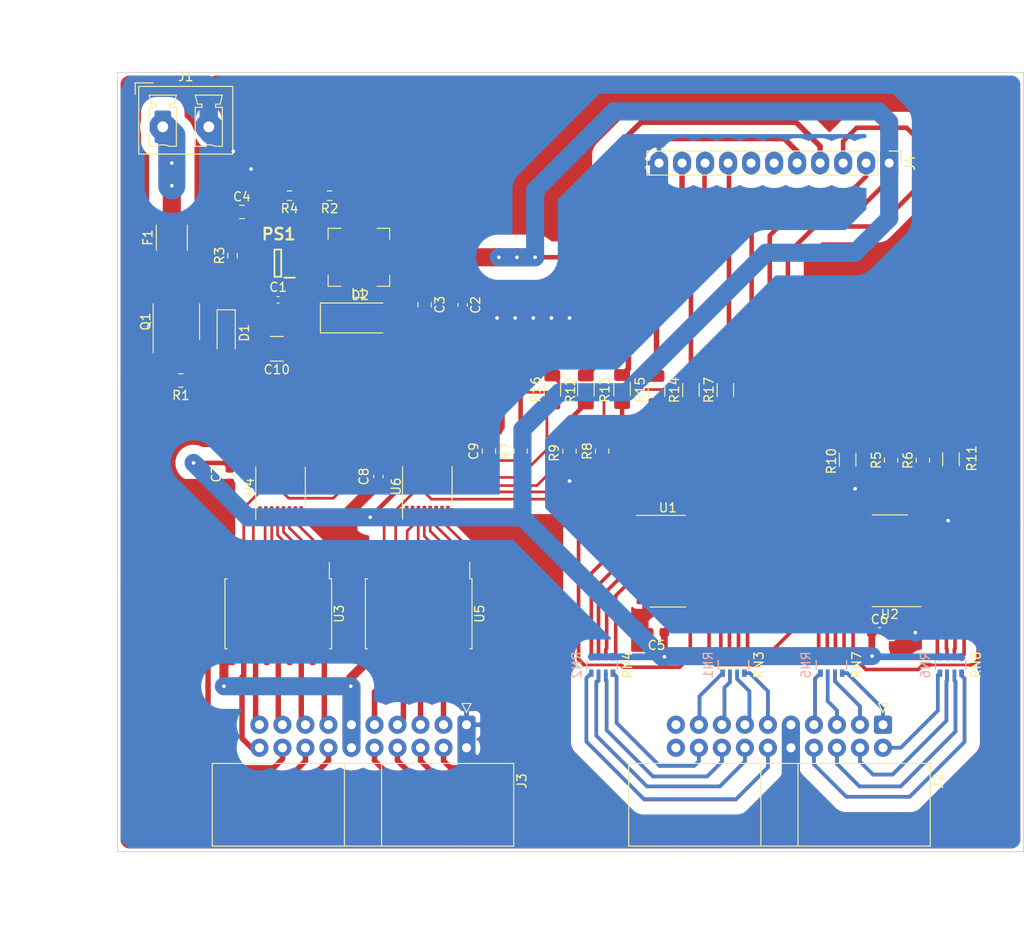
<source format=kicad_pcb>
(kicad_pcb (version 20171130) (host pcbnew "(5.1.8)-1")
  (layers (0 F.Cu signal) (31 B.Cu signal) (34 B.Paste user) (35 F.Paste user) (36 B.SilkS user) (37 F.SilkS user) (38 B.Mask user) (39 F.Mask user) (44 Edge.Cuts user))
  (net 0 "")
  (net 1 "Net-(C1-Pad2)")
  (net 2 "Net-(C1-Pad1)")
  (net 3 GND)
  (net 4 VCC)
  (net 5 "Net-(C4-Pad1)")
  (net 6 "Net-(D1-Pad2)")
  (net 7 +12V)
  (net 8 "Net-(F1-Pad2)")
  (net 9 "Net-(F1-Pad1)")
  (net 10 "Net-(PS1-Pad3)")
  (net 11 /I16)
  (net 12 /I14)
  (net 13 /I12)
  (net 14 /I10)
  (net 15 /I8)
  (net 16 /I6)
  (net 17 /I4)
  (net 18 /I2)
  (net 19 /I15)
  (net 20 /I13)
  (net 21 /I11)
  (net 22 /I9)
  (net 23 /I7)
  (net 24 /I5)
  (net 25 /I3)
  (net 26 /I1)
  (net 27 IN_Load)
  (net 28 "Net-(RN3-Pad4)")
  (net 29 "Net-(RN3-Pad2)")
  (net 30 "Net-(RN3-Pad3)")
  (net 31 "Net-(RN3-Pad1)")
  (net 32 "Net-(RN4-Pad4)")
  (net 33 "Net-(RN4-Pad2)")
  (net 34 "Net-(RN4-Pad3)")
  (net 35 "Net-(RN4-Pad1)")
  (net 36 "Net-(RN7-Pad4)")
  (net 37 "Net-(RN7-Pad2)")
  (net 38 "Net-(RN7-Pad3)")
  (net 39 "Net-(RN7-Pad1)")
  (net 40 "Net-(RN8-Pad4)")
  (net 41 "Net-(RN8-Pad2)")
  (net 42 "Net-(RN8-Pad3)")
  (net 43 "Net-(RN8-Pad1)")
  (net 44 "Net-(U1-Pad10)")
  (net 45 IN_Serial)
  (net 46 "Net-(U1-Pad7)")
  (net 47 IN_CLK)
  (net 48 "Net-(U2-Pad10)")
  (net 49 "Net-(U2-Pad7)")
  (net 50 "Net-(J2-Pad19)")
  (net 51 "Net-(J2-Pad20)")
  (net 52 /Reset)
  (net 53 /oa1)
  (net 54 /oa3)
  (net 55 /oa5)
  (net 56 /oa7)
  (net 57 /oaCOM)
  (net 58 /oa9)
  (net 59 /oa11)
  (net 60 /oa13)
  (net 61 /oa15)
  (net 62 /oa2)
  (net 63 /oa4)
  (net 64 /oa6)
  (net 65 /oa8)
  (net 66 /oa10)
  (net 67 /oa12)
  (net 68 /oa14)
  (net 69 /oa16)
  (net 70 OUT_Enable)
  (net 71 OUT_Push_Data)
  (net 72 /o1)
  (net 73 /o2)
  (net 74 /o3)
  (net 75 /o4)
  (net 76 /o5)
  (net 77 /o6)
  (net 78 /o7)
  (net 79 /o8)
  (net 80 /ONReg)
  (net 81 OUT_CLK)
  (net 82 "Net-(U4-Pad9)")
  (net 83 /o9)
  (net 84 /o10)
  (net 85 /o11)
  (net 86 /o12)
  (net 87 /o13)
  (net 88 /o14)
  (net 89 /o15)
  (net 90 /o16)
  (net 91 OUT_Serial)
  (net 92 SPI2_MOSI)
  (net 93 SPI2_MISO)
  (net 94 SPI2_CLK)
  (net 95 "Net-(J4-Pad7)")
  (net 96 "Net-(J4-Pad6)")
  (net 97 "Net-(J4-Pad5)")
  (net 98 "Net-(J4-Pad4)")
  (net 99 "Net-(J4-Pad3)")
  (net 100 "Net-(J4-Pad2)")
  (net 101 IN_CLK_Inh)
  (module Capacitor_SMD:C_1210_3225Metric_Pad1.33x2.70mm_HandSolder (layer F.Cu) (at 77.5875 73.5 180)
    (fp_text reference C10 (at 0 -2.3) (layer F.SilkS))
    (fp_text value 10uF/50v)
    (pad 2 smd roundrect (at 1.5625 0 180) (size 1.325 2.7) (layers F.Cu F.Paste F.Mask) (roundrect_rratio 0.188679) (net 7 +12V))
    (pad 1 smd roundrect (at -1.5625 0 180) (size 1.325 2.7) (layers F.Cu F.Paste F.Mask) (roundrect_rratio 0.188679) (net 3 GND))
  )
  (module Resistor_SMD:R_1206_3216Metric_Pad1.30x1.75mm_HandSolder (layer F.Cu) (at 127.1 78.05 90)
    (fp_text reference R17 (at 0 -1.82 90) (layer F.SilkS))
    (fp_text value 0)
    (pad 2 smd roundrect (at 1.55 0 90) (size 1.3 1.75) (layers F.Cu F.Paste F.Mask) (roundrect_rratio 0.1923076923076923) (net 94 SPI2_CLK))
    (pad 1 smd roundrect (at -1.55 0 90) (size 1.3 1.75) (layers F.Cu F.Paste F.Mask) (roundrect_rratio 0.1923076923076923) (net 47 IN_CLK))
  )
  (module Resistor_SMD:R_1206_3216Metric_Pad1.30x1.75mm_HandSolder (layer F.Cu) (at 108 78 90)
    (fp_text reference R16 (at 0 -1.82 90) (layer F.SilkS))
    (fp_text value 0)
    (pad 2 smd roundrect (at 1.55 0 90) (size 1.3 1.75) (layers F.Cu F.Paste F.Mask) (roundrect_rratio 0.1923076923076923) (net 94 SPI2_CLK))
    (pad 1 smd roundrect (at -1.55 0 90) (size 1.3 1.75) (layers F.Cu F.Paste F.Mask) (roundrect_rratio 0.1923076923076923) (net 81 OUT_CLK))
  )
  (module Resistor_SMD:R_1206_3216Metric_Pad1.30x1.75mm_HandSolder (layer F.Cu) (at 119.5 78.05 90)
    (fp_text reference R15 (at 0 -1.82 90) (layer F.SilkS))
    (fp_text value 0)
    (pad 2 smd roundrect (at 1.55 0 90) (size 1.3 1.75) (layers F.Cu F.Paste F.Mask) (roundrect_rratio 0.1923076923076923) (net 92 SPI2_MOSI))
    (pad 1 smd roundrect (at -1.55 0 90) (size 1.3 1.75) (layers F.Cu F.Paste F.Mask) (roundrect_rratio 0.1923076923076923) (net 91 OUT_Serial))
  )
  (module Resistor_SMD:R_1206_3216Metric_Pad1.30x1.75mm_HandSolder (layer F.Cu) (at 123.3 78.05 90)
    (fp_text reference R14 (at 0 -1.82 90) (layer F.SilkS))
    (fp_text value 0)
    (pad 2 smd roundrect (at 1.55 0 90) (size 1.3 1.75) (layers F.Cu F.Paste F.Mask) (roundrect_rratio 0.1923076923076923) (net 93 SPI2_MISO))
    (pad 1 smd roundrect (at -1.55 0 90) (size 1.3 1.75) (layers F.Cu F.Paste F.Mask) (roundrect_rratio 0.1923076923076923) (net 45 IN_Serial))
  )
  (module Resistor_SMD:R_1206_3216Metric_Pad1.30x1.75mm_HandSolder (layer F.Cu) (at 115.7 77.95 270)
    (fp_text reference R13 (at 0.05 1.9 90) (layer F.SilkS))
    (fp_text value 0)
    (pad 2 smd roundrect (at 1.55 0 270) (size 1.3 1.75) (layers F.Cu F.Paste F.Mask) (roundrect_rratio 0.1923076923076923) (net 70 OUT_Enable))
    (pad 1 smd roundrect (at -1.55 0 270) (size 1.3 1.75) (layers F.Cu F.Paste F.Mask) (roundrect_rratio 0.1923076923076923) (net 97 "Net-(J4-Pad5)"))
  )
  (module Resistor_SMD:R_1206_3216Metric_Pad1.30x1.75mm_HandSolder (layer F.Cu) (at 111.7 78 270)
    (fp_text reference R12 (at 0.1 1.7 90) (layer F.SilkS))
    (fp_text value 0)
    (pad 2 smd roundrect (at 1.55 0 270) (size 1.3 1.75) (layers F.Cu F.Paste F.Mask) (roundrect_rratio 0.1923076923076923) (net 71 OUT_Push_Data))
    (pad 1 smd roundrect (at -1.55 0 270) (size 1.3 1.75) (layers F.Cu F.Paste F.Mask) (roundrect_rratio 0.1923076923076923) (net 98 "Net-(J4-Pad4)"))
  )
  (module Resistor_SMD:R_1206_3216Metric_Pad1.30x1.75mm_HandSolder (layer F.Cu) (at 152 85.7 270)
    (fp_text reference R11 (at -0.1 -2.3 90) (layer F.SilkS))
    (fp_text value 0)
    (pad 2 smd roundrect (at 1.55 0 270) (size 1.3 1.75) (layers F.Cu F.Paste F.Mask) (roundrect_rratio 0.1923076923076923) (net 101 IN_CLK_Inh))
    (pad 1 smd roundrect (at -1.55 0 270) (size 1.3 1.75) (layers F.Cu F.Paste F.Mask) (roundrect_rratio 0.1923076923076923) (net 99 "Net-(J4-Pad3)"))
  )
  (module Resistor_SMD:R_1206_3216Metric_Pad1.30x1.75mm_HandSolder (layer F.Cu) (at 140.6 85.75 270)
    (fp_text reference R10 (at 0.15 1.8 90) (layer F.SilkS))
    (fp_text value 0)
    (pad 2 smd roundrect (at 1.55 0 270) (size 1.3 1.75) (layers F.Cu F.Paste F.Mask) (roundrect_rratio 0.1923076923076923) (net 27 IN_Load))
    (pad 1 smd roundrect (at -1.55 0 270) (size 1.3 1.75) (layers F.Cu F.Paste F.Mask) (roundrect_rratio 0.1923076923076923) (net 100 "Net-(J4-Pad2)"))
  )
  (module holse:PinHeader_1x11_P2.54mm_Vertical (layer F.Cu) (at 145.18 53 270)
    (fp_text reference J4 (at 0 -2.33 90) (layer F.SilkS))
    (fp_text value crossboard)
    (pad 11 thru_hole oval (at 0 25.4 270) (size 2.5 2) (drill 1) (layers *.Cu *.Mask) (net 3 GND))
    (pad 10 thru_hole oval (at 0 22.86 270) (size 2.5 2) (drill 1) (layers *.Cu *.Mask) (net 92 SPI2_MOSI))
    (pad 9 thru_hole oval (at 0 20.32 270) (size 2.5 2) (drill 1) (layers *.Cu *.Mask) (net 93 SPI2_MISO))
    (pad 8 thru_hole oval (at 0 17.78 270) (size 2.5 2) (drill 1) (layers *.Cu *.Mask) (net 94 SPI2_CLK))
    (pad 7 thru_hole oval (at 0 15.24 270) (size 2.5 2) (drill 1) (layers *.Cu *.Mask) (net 95 "Net-(J4-Pad7)"))
    (pad 6 thru_hole oval (at 0 12.7 270) (size 2.5 2) (drill 1) (layers *.Cu *.Mask) (net 96 "Net-(J4-Pad6)"))
    (pad 5 thru_hole oval (at 0 10.16 270) (size 2.5 2) (drill 1) (layers *.Cu *.Mask) (net 97 "Net-(J4-Pad5)"))
    (pad 4 thru_hole oval (at 0 7.62 270) (size 2.5 2) (drill 1) (layers *.Cu *.Mask) (net 98 "Net-(J4-Pad4)"))
    (pad 3 thru_hole oval (at 0 5.08 270) (size 2.5 2) (drill 1) (layers *.Cu *.Mask) (net 99 "Net-(J4-Pad3)"))
    (pad 2 thru_hole oval (at 0 2.54 270) (size 2.5 2) (drill 1) (layers *.Cu *.Mask) (net 100 "Net-(J4-Pad2)"))
    (pad 1 thru_hole rect (at 0 0 270) (size 2.5 2) (drill 1) (layers *.Cu *.Mask) (net 4 VCC))
  )
  (module Package_SO:TSSOP-16_4.4x5mm_P0.65mm (layer F.Cu) (at 94.2 88.7 90)
    (fp_text reference U6 (at 0 -3.45 90) (layer F.SilkS))
    (fp_text value 74HC595)
    (pad 16 smd roundrect (at 2.8625 -2.275 90) (size 1.475 0.4) (layers F.Cu F.Paste F.Mask) (net 4 VCC))
    (pad 15 smd roundrect (at 2.8625 -1.625 90) (size 1.475 0.4) (layers F.Cu F.Paste F.Mask) (net 83 /o9))
    (pad 14 smd roundrect (at 2.8625 -0.975 90) (size 1.475 0.4) (layers F.Cu F.Paste F.Mask) (net 91 OUT_Serial))
    (pad 13 smd roundrect (at 2.8625 -0.325 90) (size 1.475 0.4) (layers F.Cu F.Paste F.Mask) (net 70 OUT_Enable))
    (pad 12 smd roundrect (at 2.8625 0.325 90) (size 1.475 0.4) (layers F.Cu F.Paste F.Mask) (net 71 OUT_Push_Data))
    (pad 11 smd roundrect (at 2.8625 0.975 90) (size 1.475 0.4) (layers F.Cu F.Paste F.Mask) (net 81 OUT_CLK))
    (pad 10 smd roundrect (at 2.8625 1.625 90) (size 1.475 0.4) (layers F.Cu F.Paste F.Mask) (net 52 /Reset))
    (pad 9 smd roundrect (at 2.8625 2.275 90) (size 1.475 0.4) (layers F.Cu F.Paste F.Mask) (net 80 /ONReg))
    (pad 8 smd roundrect (at -2.8625 2.275 90) (size 1.475 0.4) (layers F.Cu F.Paste F.Mask) (net 3 GND))
    (pad 7 smd roundrect (at -2.8625 1.625 90) (size 1.475 0.4) (layers F.Cu F.Paste F.Mask) (net 90 /o16))
    (pad 6 smd roundrect (at -2.8625 0.975 90) (size 1.475 0.4) (layers F.Cu F.Paste F.Mask) (net 89 /o15))
    (pad 5 smd roundrect (at -2.8625 0.325 90) (size 1.475 0.4) (layers F.Cu F.Paste F.Mask) (net 88 /o14))
    (pad 4 smd roundrect (at -2.8625 -0.325 90) (size 1.475 0.4) (layers F.Cu F.Paste F.Mask) (net 87 /o13))
    (pad 3 smd roundrect (at -2.8625 -0.975 90) (size 1.475 0.4) (layers F.Cu F.Paste F.Mask) (net 86 /o12))
    (pad 2 smd roundrect (at -2.8625 -1.625 90) (size 1.475 0.4) (layers F.Cu F.Paste F.Mask) (net 85 /o11))
    (pad 1 smd roundrect (at -2.8625 -2.275 90) (size 1.475 0.4) (layers F.Cu F.Paste F.Mask) (net 84 /o10))
  )
  (module Package_SO:SOIC-18W_7.5x11.6mm_P1.27mm (layer F.Cu) (at 93.25 102.75 270)
    (fp_text reference U5 (at 0 -6.72 90) (layer F.SilkS))
    (fp_text value ULN2803A)
    (pad 18 smd roundrect (at 4.65 -5.08 270) (size 2.05 0.6) (layers F.Cu F.Paste F.Mask) (net 69 /oa16))
    (pad 17 smd roundrect (at 4.65 -3.81 270) (size 2.05 0.6) (layers F.Cu F.Paste F.Mask) (net 61 /oa15))
    (pad 16 smd roundrect (at 4.65 -2.54 270) (size 2.05 0.6) (layers F.Cu F.Paste F.Mask) (net 68 /oa14))
    (pad 15 smd roundrect (at 4.65 -1.27 270) (size 2.05 0.6) (layers F.Cu F.Paste F.Mask) (net 60 /oa13))
    (pad 14 smd roundrect (at 4.65 0 270) (size 2.05 0.6) (layers F.Cu F.Paste F.Mask) (net 67 /oa12))
    (pad 13 smd roundrect (at 4.65 1.27 270) (size 2.05 0.6) (layers F.Cu F.Paste F.Mask) (net 59 /oa11))
    (pad 12 smd roundrect (at 4.65 2.54 270) (size 2.05 0.6) (layers F.Cu F.Paste F.Mask) (net 66 /oa10))
    (pad 11 smd roundrect (at 4.65 3.81 270) (size 2.05 0.6) (layers F.Cu F.Paste F.Mask) (net 58 /oa9))
    (pad 10 smd roundrect (at 4.65 5.08 270) (size 2.05 0.6) (layers F.Cu F.Paste F.Mask) (net 57 /oaCOM))
    (pad 9 smd roundrect (at -4.65 5.08 270) (size 2.05 0.6) (layers F.Cu F.Paste F.Mask) (net 3 GND))
    (pad 8 smd roundrect (at -4.65 3.81 270) (size 2.05 0.6) (layers F.Cu F.Paste F.Mask) (net 83 /o9))
    (pad 7 smd roundrect (at -4.65 2.54 270) (size 2.05 0.6) (layers F.Cu F.Paste F.Mask) (net 84 /o10))
    (pad 6 smd roundrect (at -4.65 1.27 270) (size 2.05 0.6) (layers F.Cu F.Paste F.Mask) (net 85 /o11))
    (pad 5 smd roundrect (at -4.65 0 270) (size 2.05 0.6) (layers F.Cu F.Paste F.Mask) (net 86 /o12))
    (pad 4 smd roundrect (at -4.65 -1.27 270) (size 2.05 0.6) (layers F.Cu F.Paste F.Mask) (net 87 /o13))
    (pad 3 smd roundrect (at -4.65 -2.54 270) (size 2.05 0.6) (layers F.Cu F.Paste F.Mask) (net 88 /o14))
    (pad 2 smd roundrect (at -4.65 -3.81 270) (size 2.05 0.6) (layers F.Cu F.Paste F.Mask) (net 89 /o15))
    (pad 1 smd roundrect (at -4.65 -5.08 270) (size 2.05 0.6) (layers F.Cu F.Paste F.Mask) (net 90 /o16))
  )
  (module Package_SO:TSSOP-16_4.4x5mm_P0.65mm (layer F.Cu) (at 78 88.75 90)
    (fp_text reference U4 (at 0 -3.45 90) (layer F.SilkS))
    (fp_text value 74HC595)
    (pad 16 smd roundrect (at 2.8625 -2.275 90) (size 1.475 0.4) (layers F.Cu F.Paste F.Mask) (net 4 VCC))
    (pad 15 smd roundrect (at 2.8625 -1.625 90) (size 1.475 0.4) (layers F.Cu F.Paste F.Mask) (net 72 /o1))
    (pad 14 smd roundrect (at 2.8625 -0.975 90) (size 1.475 0.4) (layers F.Cu F.Paste F.Mask) (net 80 /ONReg))
    (pad 13 smd roundrect (at 2.8625 -0.325 90) (size 1.475 0.4) (layers F.Cu F.Paste F.Mask) (net 70 OUT_Enable))
    (pad 12 smd roundrect (at 2.8625 0.325 90) (size 1.475 0.4) (layers F.Cu F.Paste F.Mask) (net 71 OUT_Push_Data))
    (pad 11 smd roundrect (at 2.8625 0.975 90) (size 1.475 0.4) (layers F.Cu F.Paste F.Mask) (net 81 OUT_CLK))
    (pad 10 smd roundrect (at 2.8625 1.625 90) (size 1.475 0.4) (layers F.Cu F.Paste F.Mask) (net 52 /Reset))
    (pad 9 smd roundrect (at 2.8625 2.275 90) (size 1.475 0.4) (layers F.Cu F.Paste F.Mask) (net 82 "Net-(U4-Pad9)"))
    (pad 8 smd roundrect (at -2.8625 2.275 90) (size 1.475 0.4) (layers F.Cu F.Paste F.Mask) (net 3 GND))
    (pad 7 smd roundrect (at -2.8625 1.625 90) (size 1.475 0.4) (layers F.Cu F.Paste F.Mask) (net 79 /o8))
    (pad 6 smd roundrect (at -2.8625 0.975 90) (size 1.475 0.4) (layers F.Cu F.Paste F.Mask) (net 78 /o7))
    (pad 5 smd roundrect (at -2.8625 0.325 90) (size 1.475 0.4) (layers F.Cu F.Paste F.Mask) (net 77 /o6))
    (pad 4 smd roundrect (at -2.8625 -0.325 90) (size 1.475 0.4) (layers F.Cu F.Paste F.Mask) (net 76 /o5))
    (pad 3 smd roundrect (at -2.8625 -0.975 90) (size 1.475 0.4) (layers F.Cu F.Paste F.Mask) (net 75 /o4))
    (pad 2 smd roundrect (at -2.8625 -1.625 90) (size 1.475 0.4) (layers F.Cu F.Paste F.Mask) (net 74 /o3))
    (pad 1 smd roundrect (at -2.8625 -2.275 90) (size 1.475 0.4) (layers F.Cu F.Paste F.Mask) (net 73 /o2))
  )
  (module Package_SO:SOIC-18W_7.5x11.6mm_P1.27mm (layer F.Cu) (at 77.75 102.75 270)
    (fp_text reference U3 (at 0 -6.72 90) (layer F.SilkS))
    (fp_text value ULN2803A)
    (pad 18 smd roundrect (at 4.65 -5.08 270) (size 2.05 0.6) (layers F.Cu F.Paste F.Mask) (net 65 /oa8))
    (pad 17 smd roundrect (at 4.65 -3.81 270) (size 2.05 0.6) (layers F.Cu F.Paste F.Mask) (net 56 /oa7))
    (pad 16 smd roundrect (at 4.65 -2.54 270) (size 2.05 0.6) (layers F.Cu F.Paste F.Mask) (net 64 /oa6))
    (pad 15 smd roundrect (at 4.65 -1.27 270) (size 2.05 0.6) (layers F.Cu F.Paste F.Mask) (net 55 /oa5))
    (pad 14 smd roundrect (at 4.65 0 270) (size 2.05 0.6) (layers F.Cu F.Paste F.Mask) (net 63 /oa4))
    (pad 13 smd roundrect (at 4.65 1.27 270) (size 2.05 0.6) (layers F.Cu F.Paste F.Mask) (net 54 /oa3))
    (pad 12 smd roundrect (at 4.65 2.54 270) (size 2.05 0.6) (layers F.Cu F.Paste F.Mask) (net 62 /oa2))
    (pad 11 smd roundrect (at 4.65 3.81 270) (size 2.05 0.6) (layers F.Cu F.Paste F.Mask) (net 53 /oa1))
    (pad 10 smd roundrect (at 4.65 5.08 270) (size 2.05 0.6) (layers F.Cu F.Paste F.Mask) (net 57 /oaCOM))
    (pad 9 smd roundrect (at -4.65 5.08 270) (size 2.05 0.6) (layers F.Cu F.Paste F.Mask) (net 3 GND))
    (pad 8 smd roundrect (at -4.65 3.81 270) (size 2.05 0.6) (layers F.Cu F.Paste F.Mask) (net 72 /o1))
    (pad 7 smd roundrect (at -4.65 2.54 270) (size 2.05 0.6) (layers F.Cu F.Paste F.Mask) (net 73 /o2))
    (pad 6 smd roundrect (at -4.65 1.27 270) (size 2.05 0.6) (layers F.Cu F.Paste F.Mask) (net 74 /o3))
    (pad 5 smd roundrect (at -4.65 0 270) (size 2.05 0.6) (layers F.Cu F.Paste F.Mask) (net 75 /o4))
    (pad 4 smd roundrect (at -4.65 -1.27 270) (size 2.05 0.6) (layers F.Cu F.Paste F.Mask) (net 76 /o5))
    (pad 3 smd roundrect (at -4.65 -2.54 270) (size 2.05 0.6) (layers F.Cu F.Paste F.Mask) (net 77 /o6))
    (pad 2 smd roundrect (at -4.65 -3.81 270) (size 2.05 0.6) (layers F.Cu F.Paste F.Mask) (net 78 /o7))
    (pad 1 smd roundrect (at -4.65 -5.08 270) (size 2.05 0.6) (layers F.Cu F.Paste F.Mask) (net 79 /o8))
  )
  (module Resistor_SMD:R_0805_2012Metric_Pad1.20x1.40mm_HandSolder (layer F.Cu) (at 109.9 84.8 90)
    (fp_text reference R9 (at -0.2 -1.7 90) (layer F.SilkS))
    (fp_text value 100k)
    (pad 2 smd roundrect (at 1 0 90) (size 1.2 1.4) (layers F.Cu F.Paste F.Mask) (roundrect_rratio 0.2083325) (net 71 OUT_Push_Data))
    (pad 1 smd roundrect (at -1 0 90) (size 1.2 1.4) (layers F.Cu F.Paste F.Mask) (roundrect_rratio 0.2083325) (net 3 GND))
  )
  (module Resistor_SMD:R_0805_2012Metric_Pad1.20x1.40mm_HandSolder (layer F.Cu) (at 113.5 84.8 90)
    (fp_text reference R8 (at 0 -1.65 90) (layer F.SilkS))
    (fp_text value 100k)
    (pad 2 smd roundrect (at 1 0 90) (size 1.2 1.4) (layers F.Cu F.Paste F.Mask) (roundrect_rratio 0.2083325) (net 4 VCC))
    (pad 1 smd roundrect (at -1 0 90) (size 1.2 1.4) (layers F.Cu F.Paste F.Mask) (roundrect_rratio 0.2083325) (net 70 OUT_Enable))
  )
  (module Resistor_SMD:R_0805_2012Metric_Pad1.20x1.40mm_HandSolder (layer F.Cu) (at 104.5 84.8 90)
    (fp_text reference R7 (at 0 -1.65 90) (layer F.SilkS))
    (fp_text value 100k)
    (pad 2 smd roundrect (at 1 0 90) (size 1.2 1.4) (layers F.Cu F.Paste F.Mask) (roundrect_rratio 0.2083325) (net 4 VCC))
    (pad 1 smd roundrect (at -1 0 90) (size 1.2 1.4) (layers F.Cu F.Paste F.Mask) (roundrect_rratio 0.2083325) (net 52 /Reset))
  )
  (module holse:IDC-Header_2x10_P2.54mm_Horizontal (layer F.Cu) (at 98.53 115 270)
    (fp_text reference J3 (at 6.215 -6.1 270) (layer F.SilkS))
    (fp_text value "Ouput Relays")
    (pad 1 thru_hole roundrect (at 0 0 270) (size 2 2) (drill 1) (layers *.Cu *.Mask) (roundrect_rratio 0.147) (net 3 GND))
    (pad 3 thru_hole circle (at 0 2.54 270) (size 2 2) (drill 1) (layers *.Cu *.Mask) (net 69 /oa16))
    (pad 5 thru_hole circle (at 0 5.08 270) (size 2 2) (drill 1) (layers *.Cu *.Mask) (net 68 /oa14))
    (pad 7 thru_hole circle (at 0 7.62 270) (size 2 2) (drill 1) (layers *.Cu *.Mask) (net 67 /oa12))
    (pad 9 thru_hole circle (at 0 10.16 270) (size 2 2) (drill 1) (layers *.Cu *.Mask) (net 66 /oa10))
    (pad 11 thru_hole circle (at 0 12.7 270) (size 2 2) (drill 1) (layers *.Cu *.Mask) (net 57 /oaCOM))
    (pad 13 thru_hole circle (at 0 15.24 270) (size 2 2) (drill 1) (layers *.Cu *.Mask) (net 65 /oa8))
    (pad 15 thru_hole circle (at 0 17.78 270) (size 2 2) (drill 1) (layers *.Cu *.Mask) (net 64 /oa6))
    (pad 17 thru_hole circle (at 0 20.32 270) (size 2 2) (drill 1) (layers *.Cu *.Mask) (net 63 /oa4))
    (pad 19 thru_hole circle (at 0 22.86 270) (size 2 2) (drill 1) (layers *.Cu *.Mask) (net 62 /oa2))
    (pad 2 thru_hole circle (at 2.54 0 270) (size 2 2) (drill 1) (layers *.Cu *.Mask) (net 3 GND))
    (pad 4 thru_hole circle (at 2.54 2.54 270) (size 2 2) (drill 1) (layers *.Cu *.Mask) (net 61 /oa15))
    (pad 6 thru_hole circle (at 2.54 5.08) (size 2 2) (drill 1) (layers *.Cu *.Mask) (net 60 /oa13))
    (pad 8 thru_hole circle (at 2.54 7.62 270) (size 2 2) (drill 1) (layers *.Cu *.Mask) (net 59 /oa11))
    (pad 10 thru_hole circle (at 2.54 10.16 270) (size 2 2) (drill 1) (layers *.Cu *.Mask) (net 58 /oa9))
    (pad 12 thru_hole circle (at 2.54 12.7 270) (size 2 2) (drill 1) (layers *.Cu *.Mask) (net 57 /oaCOM))
    (pad 14 thru_hole circle (at 2.54 15.24 270) (size 2 2) (drill 1) (layers *.Cu *.Mask) (net 56 /oa7))
    (pad 16 thru_hole circle (at 2.54 17.78 270) (size 2 2) (drill 1) (layers *.Cu *.Mask) (net 55 /oa5))
    (pad 18 thru_hole circle (at 2.54 20.32 270) (size 2 2) (drill 1) (layers *.Cu *.Mask) (net 54 /oa3))
    (pad 20 thru_hole circle (at 2.54 22.86 270) (size 2 2) (drill 1) (layers *.Cu *.Mask) (net 53 /oa1))
  )
  (module Capacitor_SMD:C_0805_2012Metric_Pad1.18x1.45mm_HandSolder (layer F.Cu) (at 101 84.8 90)
    (fp_text reference C9 (at 0 -1.68 90) (layer F.SilkS))
    (fp_text value 1uF)
    (pad 2 smd roundrect (at 1.0375 0 90) (size 1.175 1.45) (layers F.Cu F.Paste F.Mask) (roundrect_rratio 0.2127659574468085) (net 3 GND))
    (pad 1 smd roundrect (at -1.0375 0 90) (size 1.175 1.45) (layers F.Cu F.Paste F.Mask) (roundrect_rratio 0.2127659574468085) (net 52 /Reset))
  )
  (module Capacitor_SMD:C_0603_1608Metric_Pad1.08x0.95mm_HandSolder (layer F.Cu) (at 88.8 87.6 270)
    (fp_text reference C8 (at 0 1.6 90) (layer F.SilkS))
    (fp_text value 0,1uF)
    (pad 2 smd roundrect (at 0.8625 0 270) (size 1.075 0.95) (layers F.Cu F.Paste F.Mask) (net 3 GND))
    (pad 1 smd roundrect (at -0.8625 0 270) (size 1.075 0.95) (layers F.Cu F.Paste F.Mask) (net 4 VCC))
  )
  (module Capacitor_SMD:C_0603_1608Metric_Pad1.08x0.95mm_HandSolder (layer F.Cu) (at 72.4 87.5 270)
    (fp_text reference C7 (at -0.2 1.5 90) (layer F.SilkS))
    (fp_text value 0,1uF)
    (pad 2 smd roundrect (at 0.8625 0 270) (size 1.075 0.95) (layers F.Cu F.Paste F.Mask) (net 3 GND))
    (pad 1 smd roundrect (at -0.8625 0 270) (size 1.075 0.95) (layers F.Cu F.Paste F.Mask) (net 4 VCC))
  )
  (module holse:R_Array_Convex_4x0603 (layer B.Cu) (at 151.975 108.4 270)
    (fp_text reference RN6 (at 0 2.8 90) (layer B.SilkS) (effects (justify mirror)))
    (fp_text value 100k)
    (pad 8 smd rect (at 0.9 -1.2 270) (size 0.8 0.5) (layers B.Cu B.Paste B.Mask) (net 11 /I16))
    (pad 7 smd rect (at 0.9 -0.4 270) (size 0.8 0.4) (layers B.Cu B.Paste B.Mask) (net 19 /I15))
    (pad 5 smd rect (at 0.9 1.2 270) (size 0.8 0.5) (layers B.Cu B.Paste B.Mask) (net 20 /I13))
    (pad 6 smd rect (at 0.9 0.4 270) (size 0.8 0.4) (layers B.Cu B.Paste B.Mask) (net 12 /I14))
    (pad 1 smd rect (at -0.9 -1.2 270) (size 0.8 0.5) (layers B.Cu B.Paste B.Mask) (net 4 VCC))
    (pad 3 smd rect (at -0.9 0.4 270) (size 0.8 0.4) (layers B.Cu B.Paste B.Mask) (net 4 VCC))
    (pad 2 smd rect (at -0.9 -0.4 270) (size 0.8 0.4) (layers B.Cu B.Paste B.Mask) (net 4 VCC))
    (pad 4 smd rect (at -0.9 1.2 270) (size 0.8 0.5) (layers B.Cu B.Paste B.Mask) (net 4 VCC))
  )
  (module holse:R_Array_Convex_4x0603 (layer B.Cu) (at 138.8 108.4 270)
    (fp_text reference RN5 (at 0 2.8 90) (layer B.SilkS) (effects (justify mirror)))
    (fp_text value 100k)
    (pad 8 smd rect (at 0.9 -1.2 270) (size 0.8 0.5) (layers B.Cu B.Paste B.Mask) (net 13 /I12))
    (pad 7 smd rect (at 0.9 -0.4 270) (size 0.8 0.4) (layers B.Cu B.Paste B.Mask) (net 21 /I11))
    (pad 5 smd rect (at 0.9 1.2 270) (size 0.8 0.5) (layers B.Cu B.Paste B.Mask) (net 22 /I9))
    (pad 6 smd rect (at 0.9 0.4 270) (size 0.8 0.4) (layers B.Cu B.Paste B.Mask) (net 14 /I10))
    (pad 1 smd rect (at -0.9 -1.2 270) (size 0.8 0.5) (layers B.Cu B.Paste B.Mask) (net 4 VCC))
    (pad 3 smd rect (at -0.9 0.4 270) (size 0.8 0.4) (layers B.Cu B.Paste B.Mask) (net 4 VCC))
    (pad 2 smd rect (at -0.9 -0.4 270) (size 0.8 0.4) (layers B.Cu B.Paste B.Mask) (net 4 VCC))
    (pad 4 smd rect (at -0.9 1.2 270) (size 0.8 0.5) (layers B.Cu B.Paste B.Mask) (net 4 VCC))
  )
  (module holse:R_Array_Convex_4x0603 (layer F.Cu) (at 128 108.4 270)
    (fp_text reference RN3 (at 0 -2.8 90) (layer F.SilkS))
    (fp_text value 1k)
    (pad 8 smd rect (at 0.9 1.2 270) (size 0.8 0.5) (layers F.Cu F.Paste F.Mask) (net 26 /I1))
    (pad 7 smd rect (at 0.9 0.4 270) (size 0.8 0.4) (layers F.Cu F.Paste F.Mask) (net 18 /I2))
    (pad 5 smd rect (at 0.9 -1.2 270) (size 0.8 0.5) (layers F.Cu F.Paste F.Mask) (net 17 /I4))
    (pad 6 smd rect (at 0.9 -0.4 270) (size 0.8 0.4) (layers F.Cu F.Paste F.Mask) (net 25 /I3))
    (pad 1 smd rect (at -0.9 1.2 270) (size 0.8 0.5) (layers F.Cu F.Paste F.Mask) (net 31 "Net-(RN3-Pad1)"))
    (pad 3 smd rect (at -0.9 -0.4 270) (size 0.8 0.4) (layers F.Cu F.Paste F.Mask) (net 30 "Net-(RN3-Pad3)"))
    (pad 2 smd rect (at -0.9 0.4 270) (size 0.8 0.4) (layers F.Cu F.Paste F.Mask) (net 29 "Net-(RN3-Pad2)"))
    (pad 4 smd rect (at -0.9 -1.2 270) (size 0.8 0.5) (layers F.Cu F.Paste F.Mask) (net 28 "Net-(RN3-Pad4)"))
  )
  (module holse:R_Array_Convex_4x0603 (layer B.Cu) (at 113.5 108.4 270)
    (fp_text reference RN2 (at 0 2.8 90) (layer B.SilkS) (effects (justify mirror)))
    (fp_text value 100k)
    (pad 8 smd rect (at 0.9 -1.2 270) (size 0.8 0.5) (layers B.Cu B.Paste B.Mask) (net 15 /I8))
    (pad 7 smd rect (at 0.9 -0.4 270) (size 0.8 0.4) (layers B.Cu B.Paste B.Mask) (net 23 /I7))
    (pad 5 smd rect (at 0.9 1.2 270) (size 0.8 0.5) (layers B.Cu B.Paste B.Mask) (net 24 /I5))
    (pad 6 smd rect (at 0.9 0.4 270) (size 0.8 0.4) (layers B.Cu B.Paste B.Mask) (net 16 /I6))
    (pad 1 smd rect (at -0.9 -1.2 270) (size 0.8 0.5) (layers B.Cu B.Paste B.Mask) (net 4 VCC))
    (pad 3 smd rect (at -0.9 0.4 270) (size 0.8 0.4) (layers B.Cu B.Paste B.Mask) (net 4 VCC))
    (pad 2 smd rect (at -0.9 -0.4 270) (size 0.8 0.4) (layers B.Cu B.Paste B.Mask) (net 4 VCC))
    (pad 4 smd rect (at -0.9 1.2 270) (size 0.8 0.5) (layers B.Cu B.Paste B.Mask) (net 4 VCC))
  )
  (module holse:R_Array_Convex_4x0603 (layer B.Cu) (at 128 108.4 270)
    (fp_text reference RN1 (at 0 2.8 90) (layer B.SilkS) (effects (justify mirror)))
    (fp_text value 100k)
    (pad 8 smd rect (at 0.9 -1.2 270) (size 0.8 0.5) (layers B.Cu B.Paste B.Mask) (net 17 /I4))
    (pad 7 smd rect (at 0.9 -0.4 270) (size 0.8 0.4) (layers B.Cu B.Paste B.Mask) (net 25 /I3))
    (pad 5 smd rect (at 0.9 1.2 270) (size 0.8 0.5) (layers B.Cu B.Paste B.Mask) (net 26 /I1))
    (pad 6 smd rect (at 0.9 0.4 270) (size 0.8 0.4) (layers B.Cu B.Paste B.Mask) (net 18 /I2))
    (pad 1 smd rect (at -0.9 -1.2 270) (size 0.8 0.5) (layers B.Cu B.Paste B.Mask) (net 4 VCC))
    (pad 3 smd rect (at -0.9 0.4 270) (size 0.8 0.4) (layers B.Cu B.Paste B.Mask) (net 4 VCC))
    (pad 2 smd rect (at -0.9 -0.4 270) (size 0.8 0.4) (layers B.Cu B.Paste B.Mask) (net 4 VCC))
    (pad 4 smd rect (at -0.9 1.2 270) (size 0.8 0.5) (layers B.Cu B.Paste B.Mask) (net 4 VCC))
  )
  (module holse:R_Array_Convex_4x0603 (layer F.Cu) (at 151.975 108.4 270)
    (fp_text reference RN8 (at 0 -2.8 90) (layer F.SilkS))
    (fp_text value 1k)
    (pad 8 smd rect (at 0.9 1.2 270) (size 0.8 0.5) (layers F.Cu F.Paste F.Mask) (net 20 /I13))
    (pad 7 smd rect (at 0.9 0.4 270) (size 0.8 0.4) (layers F.Cu F.Paste F.Mask) (net 12 /I14))
    (pad 5 smd rect (at 0.9 -1.2 270) (size 0.8 0.5) (layers F.Cu F.Paste F.Mask) (net 11 /I16))
    (pad 6 smd rect (at 0.9 -0.4 270) (size 0.8 0.4) (layers F.Cu F.Paste F.Mask) (net 19 /I15))
    (pad 1 smd rect (at -0.9 1.2 270) (size 0.8 0.5) (layers F.Cu F.Paste F.Mask) (net 43 "Net-(RN8-Pad1)"))
    (pad 3 smd rect (at -0.9 -0.4 270) (size 0.8 0.4) (layers F.Cu F.Paste F.Mask) (net 42 "Net-(RN8-Pad3)"))
    (pad 2 smd rect (at -0.9 0.4 270) (size 0.8 0.4) (layers F.Cu F.Paste F.Mask) (net 41 "Net-(RN8-Pad2)"))
    (pad 4 smd rect (at -0.9 -1.2 270) (size 0.8 0.5) (layers F.Cu F.Paste F.Mask) (net 40 "Net-(RN8-Pad4)"))
  )
  (module holse:R_Array_Convex_4x0603 (layer F.Cu) (at 138.8 108.4 270)
    (fp_text reference RN7 (at 0 -2.8 90) (layer F.SilkS))
    (fp_text value 1k)
    (pad 8 smd rect (at 0.9 1.2 270) (size 0.8 0.5) (layers F.Cu F.Paste F.Mask) (net 22 /I9))
    (pad 7 smd rect (at 0.9 0.4 270) (size 0.8 0.4) (layers F.Cu F.Paste F.Mask) (net 14 /I10))
    (pad 5 smd rect (at 0.9 -1.2 270) (size 0.8 0.5) (layers F.Cu F.Paste F.Mask) (net 13 /I12))
    (pad 6 smd rect (at 0.9 -0.4 270) (size 0.8 0.4) (layers F.Cu F.Paste F.Mask) (net 21 /I11))
    (pad 1 smd rect (at -0.9 1.2 270) (size 0.8 0.5) (layers F.Cu F.Paste F.Mask) (net 39 "Net-(RN7-Pad1)"))
    (pad 3 smd rect (at -0.9 -0.4 270) (size 0.8 0.4) (layers F.Cu F.Paste F.Mask) (net 38 "Net-(RN7-Pad3)"))
    (pad 2 smd rect (at -0.9 0.4 270) (size 0.8 0.4) (layers F.Cu F.Paste F.Mask) (net 37 "Net-(RN7-Pad2)"))
    (pad 4 smd rect (at -0.9 -1.2 270) (size 0.8 0.5) (layers F.Cu F.Paste F.Mask) (net 36 "Net-(RN7-Pad4)"))
  )
  (module Package_SO:SOIC-16_3.9x9.9mm_P1.27mm (layer F.Cu) (at 145.25 96.905 180)
    (fp_text reference U2 (at 0 -5.9) (layer F.SilkS))
    (fp_text value 74HC165)
    (pad 16 smd roundrect (at 2.475 -4.445 180) (size 1.95 0.6) (layers F.Cu F.Paste F.Mask) (net 4 VCC))
    (pad 15 smd roundrect (at 2.475 -3.175 180) (size 1.95 0.6) (layers F.Cu F.Paste F.Mask) (net 101 IN_CLK_Inh))
    (pad 14 smd roundrect (at 2.475 -1.905 180) (size 1.95 0.6) (layers F.Cu F.Paste F.Mask) (net 36 "Net-(RN7-Pad4)"))
    (pad 13 smd roundrect (at 2.475 -0.635 180) (size 1.95 0.6) (layers F.Cu F.Paste F.Mask) (net 38 "Net-(RN7-Pad3)"))
    (pad 12 smd roundrect (at 2.475 0.635 180) (size 1.95 0.6) (layers F.Cu F.Paste F.Mask) (net 37 "Net-(RN7-Pad2)"))
    (pad 11 smd roundrect (at 2.475 1.905 180) (size 1.95 0.6) (layers F.Cu F.Paste F.Mask) (net 39 "Net-(RN7-Pad1)"))
    (pad 10 smd roundrect (at 2.475 3.175 180) (size 1.95 0.6) (layers F.Cu F.Paste F.Mask) (net 48 "Net-(U2-Pad10)"))
    (pad 9 smd roundrect (at 2.475 4.445 180) (size 1.95 0.6) (layers F.Cu F.Paste F.Mask) (net 44 "Net-(U1-Pad10)"))
    (pad 8 smd roundrect (at -2.475 4.445 180) (size 1.95 0.6) (layers F.Cu F.Paste F.Mask) (net 3 GND))
    (pad 7 smd roundrect (at -2.475 3.175 180) (size 1.95 0.6) (layers F.Cu F.Paste F.Mask) (net 49 "Net-(U2-Pad7)"))
    (pad 6 smd roundrect (at -2.475 1.905 180) (size 1.95 0.6) (layers F.Cu F.Paste F.Mask) (net 40 "Net-(RN8-Pad4)"))
    (pad 5 smd roundrect (at -2.475 0.635 180) (size 1.95 0.6) (layers F.Cu F.Paste F.Mask) (net 42 "Net-(RN8-Pad3)"))
    (pad 4 smd roundrect (at -2.475 -0.635 180) (size 1.95 0.6) (layers F.Cu F.Paste F.Mask) (net 41 "Net-(RN8-Pad2)"))
    (pad 3 smd roundrect (at -2.475 -1.905 180) (size 1.95 0.6) (layers F.Cu F.Paste F.Mask) (net 43 "Net-(RN8-Pad1)"))
    (pad 2 smd roundrect (at -2.475 -3.175 180) (size 1.95 0.6) (layers F.Cu F.Paste F.Mask) (net 47 IN_CLK))
    (pad 1 smd roundrect (at -2.475 -4.445 180) (size 1.95 0.6) (layers F.Cu F.Paste F.Mask) (net 27 IN_Load))
  )
  (module holse:R_Array_Convex_4x0603 (layer F.Cu) (at 113.5 108.4 270)
    (fp_text reference RN4 (at 0 -2.8 270) (layer F.SilkS))
    (fp_text value 1k)
    (pad 8 smd rect (at 0.9 1.2 270) (size 0.8 0.5) (layers F.Cu F.Paste F.Mask) (net 24 /I5))
    (pad 7 smd rect (at 0.9 0.4 270) (size 0.8 0.4) (layers F.Cu F.Paste F.Mask) (net 16 /I6))
    (pad 5 smd rect (at 0.9 -1.2 270) (size 0.8 0.5) (layers F.Cu F.Paste F.Mask) (net 15 /I8))
    (pad 6 smd rect (at 0.9 -0.4 270) (size 0.8 0.4) (layers F.Cu F.Paste F.Mask) (net 23 /I7))
    (pad 1 smd rect (at -0.9 1.2 270) (size 0.8 0.5) (layers F.Cu F.Paste F.Mask) (net 35 "Net-(RN4-Pad1)"))
    (pad 3 smd rect (at -0.9 -0.4 270) (size 0.8 0.4) (layers F.Cu F.Paste F.Mask) (net 34 "Net-(RN4-Pad3)"))
    (pad 2 smd rect (at -0.9 0.4 270) (size 0.8 0.4) (layers F.Cu F.Paste F.Mask) (net 33 "Net-(RN4-Pad2)"))
    (pad 4 smd rect (at -0.9 -1.2 270) (size 0.8 0.5) (layers F.Cu F.Paste F.Mask) (net 32 "Net-(RN4-Pad4)"))
  )
  (module holse:IDC-Header_2x10_P2.54mm_Horizontal (layer F.Cu) (at 144.5 115 270)
    (fp_text reference J2 (at 6.215 -6.1 270) (layer F.SilkS))
    (fp_text value "Input Buttons")
    (pad 1 thru_hole roundrect (at 0 0 270) (size 2 2) (drill 1) (layers *.Cu *.Mask) (roundrect_rratio 0.147) (net 13 /I12))
    (pad 3 thru_hole circle (at 0 2.54 270) (size 2 2) (drill 1) (layers *.Cu *.Mask) (net 21 /I11))
    (pad 5 thru_hole circle (at 0 5.08 270) (size 2 2) (drill 1) (layers *.Cu *.Mask) (net 14 /I10))
    (pad 7 thru_hole circle (at 0 7.62 270) (size 2 2) (drill 1) (layers *.Cu *.Mask) (net 22 /I9))
    (pad 9 thru_hole circle (at 0 10.16 270) (size 2 2) (drill 1) (layers *.Cu *.Mask) (net 3 GND))
    (pad 11 thru_hole circle (at 0 12.7 270) (size 2 2) (drill 1) (layers *.Cu *.Mask) (net 17 /I4))
    (pad 13 thru_hole circle (at 0 15.24 270) (size 2 2) (drill 1) (layers *.Cu *.Mask) (net 25 /I3))
    (pad 15 thru_hole circle (at 0 17.78 270) (size 2 2) (drill 1) (layers *.Cu *.Mask) (net 18 /I2))
    (pad 17 thru_hole circle (at 0 20.32 270) (size 2 2) (drill 1) (layers *.Cu *.Mask) (net 26 /I1))
    (pad 19 thru_hole circle (at 0 22.86 270) (size 2 2) (drill 1) (layers *.Cu *.Mask) (net 50 "Net-(J2-Pad19)"))
    (pad 2 thru_hole circle (at 2.54 0 270) (size 2 2) (drill 1) (layers *.Cu *.Mask) (net 20 /I13))
    (pad 4 thru_hole circle (at 2.54 2.54 270) (size 2 2) (drill 1) (layers *.Cu *.Mask) (net 12 /I14))
    (pad 6 thru_hole circle (at 2.54 5.08) (size 2 2) (drill 1) (layers *.Cu *.Mask) (net 19 /I15))
    (pad 8 thru_hole circle (at 2.54 7.62 270) (size 2 2) (drill 1) (layers *.Cu *.Mask) (net 11 /I16))
    (pad 10 thru_hole circle (at 2.54 10.16 270) (size 2 2) (drill 1) (layers *.Cu *.Mask) (net 3 GND))
    (pad 12 thru_hole circle (at 2.54 12.7 270) (size 2 2) (drill 1) (layers *.Cu *.Mask) (net 24 /I5))
    (pad 14 thru_hole circle (at 2.54 15.24 270) (size 2 2) (drill 1) (layers *.Cu *.Mask) (net 16 /I6))
    (pad 16 thru_hole circle (at 2.54 17.78 270) (size 2 2) (drill 1) (layers *.Cu *.Mask) (net 23 /I7))
    (pad 18 thru_hole circle (at 2.54 20.32 270) (size 2 2) (drill 1) (layers *.Cu *.Mask) (net 15 /I8))
    (pad 20 thru_hole circle (at 2.54 22.86 270) (size 2 2) (drill 1) (layers *.Cu *.Mask) (net 51 "Net-(J2-Pad20)"))
  )
  (module Package_SO:SOIC-16_3.9x9.9mm_P1.27mm (layer F.Cu) (at 120.75 96.95)
    (fp_text reference U1 (at 0 -5.9) (layer F.SilkS))
    (fp_text value 74HC165)
    (pad 16 smd roundrect (at 2.475 -4.445) (size 1.95 0.6) (layers F.Cu F.Paste F.Mask) (net 4 VCC))
    (pad 15 smd roundrect (at 2.475 -3.175) (size 1.95 0.6) (layers F.Cu F.Paste F.Mask) (net 101 IN_CLK_Inh))
    (pad 14 smd roundrect (at 2.475 -1.905) (size 1.95 0.6) (layers F.Cu F.Paste F.Mask) (net 28 "Net-(RN3-Pad4)"))
    (pad 13 smd roundrect (at 2.475 -0.635) (size 1.95 0.6) (layers F.Cu F.Paste F.Mask) (net 30 "Net-(RN3-Pad3)"))
    (pad 12 smd roundrect (at 2.475 0.635) (size 1.95 0.6) (layers F.Cu F.Paste F.Mask) (net 29 "Net-(RN3-Pad2)"))
    (pad 11 smd roundrect (at 2.475 1.905) (size 1.95 0.6) (layers F.Cu F.Paste F.Mask) (net 31 "Net-(RN3-Pad1)"))
    (pad 10 smd roundrect (at 2.475 3.175) (size 1.95 0.6) (layers F.Cu F.Paste F.Mask) (net 44 "Net-(U1-Pad10)"))
    (pad 9 smd roundrect (at 2.475 4.445) (size 1.95 0.6) (layers F.Cu F.Paste F.Mask) (net 45 IN_Serial))
    (pad 8 smd roundrect (at -2.475 4.445) (size 1.95 0.6) (layers F.Cu F.Paste F.Mask) (net 3 GND))
    (pad 7 smd roundrect (at -2.475 3.175) (size 1.95 0.6) (layers F.Cu F.Paste F.Mask) (net 46 "Net-(U1-Pad7)"))
    (pad 6 smd roundrect (at -2.475 1.905) (size 1.95 0.6) (layers F.Cu F.Paste F.Mask) (net 32 "Net-(RN4-Pad4)"))
    (pad 5 smd roundrect (at -2.475 0.635) (size 1.95 0.6) (layers F.Cu F.Paste F.Mask) (net 34 "Net-(RN4-Pad3)"))
    (pad 4 smd roundrect (at -2.475 -0.635) (size 1.95 0.6) (layers F.Cu F.Paste F.Mask) (net 33 "Net-(RN4-Pad2)"))
    (pad 3 smd roundrect (at -2.475 -1.905) (size 1.95 0.6) (layers F.Cu F.Paste F.Mask) (net 35 "Net-(RN4-Pad1)"))
    (pad 2 smd roundrect (at -2.475 -3.175) (size 1.95 0.6) (layers F.Cu F.Paste F.Mask) (net 47 IN_CLK))
    (pad 1 smd roundrect (at -2.475 -4.445) (size 1.95 0.6) (layers F.Cu F.Paste F.Mask) (net 27 IN_Load))
  )
  (module Resistor_SMD:R_0805_2012Metric_Pad1.20x1.40mm_HandSolder (layer F.Cu) (at 148.9 85.8 90)
    (fp_text reference R6 (at 0 -1.65 90) (layer F.SilkS))
    (fp_text value 100k)
    (pad 2 smd roundrect (at 1 0 90) (size 1.2 1.4) (layers F.Cu F.Paste F.Mask) (roundrect_rratio 0.2083325) (net 4 VCC))
    (pad 1 smd roundrect (at -1 0 90) (size 1.2 1.4) (layers F.Cu F.Paste F.Mask) (roundrect_rratio 0.2083325) (net 101 IN_CLK_Inh))
  )
  (module Resistor_SMD:R_0805_2012Metric_Pad1.20x1.40mm_HandSolder (layer F.Cu) (at 145.4 85.8 90)
    (fp_text reference R5 (at 0 -1.65 90) (layer F.SilkS))
    (fp_text value 100k)
    (pad 2 smd roundrect (at 1 0 90) (size 1.2 1.4) (layers F.Cu F.Paste F.Mask) (roundrect_rratio 0.2083325) (net 4 VCC))
    (pad 1 smd roundrect (at -1 0 90) (size 1.2 1.4) (layers F.Cu F.Paste F.Mask) (roundrect_rratio 0.2083325) (net 100 "Net-(J4-Pad2)"))
  )
  (module Capacitor_SMD:C_0603_1608Metric_Pad1.08x0.95mm_HandSolder (layer F.Cu) (at 144.125 104.8)
    (fp_text reference C6 (at 0 -1.43) (layer F.SilkS))
    (fp_text value 0,1uF)
    (pad 2 smd roundrect (at 0.8625 0) (size 1.075 0.95) (layers F.Cu F.Paste F.Mask) (net 3 GND))
    (pad 1 smd roundrect (at -0.8625 0) (size 1.075 0.95) (layers F.Cu F.Paste F.Mask) (net 4 VCC))
  )
  (module Capacitor_SMD:C_0603_1608Metric_Pad1.08x0.95mm_HandSolder (layer F.Cu) (at 119.5 104.8 180)
    (fp_text reference C5 (at 0 -1.43) (layer F.SilkS))
    (fp_text value 0,1uF)
    (pad 2 smd roundrect (at 0.8625 0 180) (size 1.075 0.95) (layers F.Cu F.Paste F.Mask) (net 3 GND))
    (pad 1 smd roundrect (at -0.8625 0 180) (size 1.075 0.95) (layers F.Cu F.Paste F.Mask) (net 4 VCC))
  )
  (module holse:SOT95P285X140-6N (layer F.Cu) (at 77.7 64.05 180)
    (fp_text reference PS1 (at -0.1 3.2) (layer F.SilkS) (effects (font (size 1.27 1.27) (thickness 0.254))))
    (fp_text value AP5100WG-7 hide)
    (pad 1 smd rect (at -1.3 -0.95 270) (size 0.6 1.15) (layers F.Cu F.Paste F.Mask) (net 1 "Net-(C1-Pad2)"))
    (pad 2 smd rect (at -1.3 0 270) (size 0.6 1.15) (layers F.Cu F.Paste F.Mask) (net 3 GND))
    (pad 3 smd rect (at -1.3 0.95 270) (size 0.6 1.15) (layers F.Cu F.Paste F.Mask) (net 10 "Net-(PS1-Pad3)"))
    (pad 4 smd rect (at 1.3 0.95 270) (size 0.6 1.15) (layers F.Cu F.Paste F.Mask) (net 5 "Net-(C4-Pad1)"))
    (pad 5 smd rect (at 1.3 0 270) (size 0.6 1.15) (layers F.Cu F.Paste F.Mask) (net 7 +12V))
    (pad 6 smd rect (at 1.3 -0.95 270) (size 0.6 1.15) (layers F.Cu F.Paste F.Mask) (net 2 "Net-(C1-Pad1)"))
  )
  (module Connector_Phoenix_MC_HighVoltage:PhoenixContact_MCV_1,5_2-G-5.08_1x02_P5.08mm_Vertical (layer F.Cu) (at 65 49)
    (fp_text reference J1 (at 2.54 -5.55) (layer F.SilkS))
    (fp_text value Power_12V)
    (pad 2 thru_hole oval (at 5.08 0) (size 1.8 3.6) (drill 1.2) (layers *.Cu *.Mask) (net 3 GND))
    (pad 1 thru_hole roundrect (at 0 0) (size 1.8 3.6) (drill 1.2) (layers *.Cu *.Mask) (roundrect_rratio 0.1388888888888889) (net 8 "Net-(F1-Pad2)"))
  )
  (module Diode_SMD:D_MiniMELF (layer F.Cu) (at 72 71.75 270)
    (fp_text reference D1 (at 0 -2 90) (layer F.SilkS))
    (fp_text value 10V/0.5W)
    (pad 2 smd rect (at 1.75 0 270) (size 1.3 1.7) (layers F.Cu F.Paste F.Mask) (net 6 "Net-(D1-Pad2)"))
    (pad 1 smd rect (at -1.75 0 270) (size 1.3 1.7) (layers F.Cu F.Paste F.Mask) (net 7 +12V))
  )
  (module Resistor_SMD:R_0603_1608Metric_Pad0.98x0.95mm_HandSolder (layer F.Cu) (at 78.9875 56.6 180)
    (fp_text reference R4 (at 0 -1.43) (layer F.SilkS))
    (fp_text value 1,21k)
    (pad 2 smd roundrect (at 0.9125 0 180) (size 0.975 0.95) (layers F.Cu F.Paste F.Mask) (net 3 GND))
    (pad 1 smd roundrect (at -0.9125 0 180) (size 0.975 0.95) (layers F.Cu F.Paste F.Mask) (net 10 "Net-(PS1-Pad3)"))
  )
  (module Resistor_SMD:R_0603_1608Metric_Pad0.98x0.95mm_HandSolder (layer F.Cu) (at 72.7 63.2125 90)
    (fp_text reference R3 (at 0 -1.43 90) (layer F.SilkS))
    (fp_text value 100k)
    (pad 2 smd roundrect (at 0.9125 0 90) (size 0.975 0.95) (layers F.Cu F.Paste F.Mask) (net 5 "Net-(C4-Pad1)"))
    (pad 1 smd roundrect (at -0.9125 0 90) (size 0.975 0.95) (layers F.Cu F.Paste F.Mask) (net 7 +12V))
  )
  (module Resistor_SMD:R_0603_1608Metric_Pad0.98x0.95mm_HandSolder (layer F.Cu) (at 83.4125 56.6 180)
    (fp_text reference R2 (at 0 -1.43) (layer F.SilkS))
    (fp_text value 3,74k)
    (pad 2 smd roundrect (at 0.9125 0 180) (size 0.975 0.95) (layers F.Cu F.Paste F.Mask) (net 10 "Net-(PS1-Pad3)"))
    (pad 1 smd roundrect (at -0.9125 0 180) (size 0.975 0.95) (layers F.Cu F.Paste F.Mask) (net 4 VCC))
  )
  (module Resistor_SMD:R_0805_2012Metric_Pad1.20x1.40mm_HandSolder (layer F.Cu) (at 67 77 180)
    (fp_text reference R1 (at 0 -1.65) (layer F.SilkS))
    (fp_text value 100k)
    (pad 2 smd roundrect (at 1 0 180) (size 1.2 1.4) (layers F.Cu F.Paste F.Mask) (roundrect_rratio 0.2083325) (net 3 GND))
    (pad 1 smd roundrect (at -1 0 180) (size 1.2 1.4) (layers F.Cu F.Paste F.Mask) (roundrect_rratio 0.2083325) (net 6 "Net-(D1-Pad2)"))
  )
  (module Package_SO:SOIC-8_3.9x4.9mm_P1.27mm (layer F.Cu) (at 66.5 70.5 90)
    (fp_text reference Q1 (at 0 -3.4 90) (layer F.SilkS))
    (fp_text value FDS4435BZ)
    (pad 8 smd roundrect (at 2.475 -1.905 90) (size 1.95 0.6) (layers F.Cu F.Paste F.Mask) (net 9 "Net-(F1-Pad1)"))
    (pad 7 smd roundrect (at 2.475 -0.635 90) (size 1.95 0.6) (layers F.Cu F.Paste F.Mask) (net 9 "Net-(F1-Pad1)"))
    (pad 6 smd roundrect (at 2.475 0.635 90) (size 1.95 0.6) (layers F.Cu F.Paste F.Mask) (net 9 "Net-(F1-Pad1)"))
    (pad 5 smd roundrect (at 2.475 1.905 90) (size 1.95 0.6) (layers F.Cu F.Paste F.Mask) (net 9 "Net-(F1-Pad1)"))
    (pad 4 smd roundrect (at -2.475 1.905 90) (size 1.95 0.6) (layers F.Cu F.Paste F.Mask) (net 6 "Net-(D1-Pad2)"))
    (pad 3 smd roundrect (at -2.475 0.635 90) (size 1.95 0.6) (layers F.Cu F.Paste F.Mask) (net 7 +12V))
    (pad 2 smd roundrect (at -2.475 -0.635 90) (size 1.95 0.6) (layers F.Cu F.Paste F.Mask) (net 7 +12V))
    (pad 1 smd roundrect (at -2.475 -1.905 90) (size 1.95 0.6) (layers F.Cu F.Paste F.Mask) (net 7 +12V))
  )
  (module Inductor_SMD:L_Bourns-SRN6028 (layer F.Cu) (at 86.65 63.4)
    (fp_text reference L1 (at 0 4) (layer F.SilkS))
    (fp_text value 10uH)
    (pad 2 smd rect (at 2.35 0) (size 1.6 5.7) (layers F.Cu F.Paste F.Mask) (net 4 VCC))
    (pad 1 smd rect (at -2.35 0) (size 1.6 5.7) (layers F.Cu F.Paste F.Mask) (net 2 "Net-(C1-Pad1)"))
  )
  (module Fuse:Fuse_1812_4532Metric_Pad1.30x3.40mm_HandSolder (layer F.Cu) (at 66 61.225 90)
    (fp_text reference F1 (at 0 -2.65 90) (layer F.SilkS))
    (fp_text value 0.1A)
    (pad 2 smd roundrect (at 2.225 0 90) (size 1.3 3.4) (layers F.Cu F.Paste F.Mask) (roundrect_rratio 0.1923076923076923) (net 8 "Net-(F1-Pad2)"))
    (pad 1 smd roundrect (at -2.225 0 90) (size 1.3 3.4) (layers F.Cu F.Paste F.Mask) (roundrect_rratio 0.1923076923076923) (net 9 "Net-(F1-Pad1)"))
  )
  (module Diode_SMD:D_SMA_Handsoldering (layer F.Cu) (at 86.8 70.1)
    (fp_text reference D2 (at 0 -2.5) (layer F.SilkS))
    (fp_text value SS14)
    (pad 2 smd rect (at 2.5 0) (size 3.5 1.8) (layers F.Cu F.Paste F.Mask) (net 3 GND))
    (pad 1 smd rect (at -2.5 0) (size 3.5 1.8) (layers F.Cu F.Paste F.Mask) (net 2 "Net-(C1-Pad1)"))
  )
  (module Capacitor_SMD:C_0805_2012Metric_Pad1.18x1.45mm_HandSolder (layer F.Cu) (at 73.7375 58.4)
    (fp_text reference C4 (at 0 -1.68) (layer F.SilkS))
    (fp_text value 10uF)
    (pad 2 smd roundrect (at 1.0375 0) (size 1.175 1.45) (layers F.Cu F.Paste F.Mask) (roundrect_rratio 0.2127659574468085) (net 3 GND))
    (pad 1 smd roundrect (at -1.0375 0) (size 1.175 1.45) (layers F.Cu F.Paste F.Mask) (roundrect_rratio 0.2127659574468085) (net 5 "Net-(C4-Pad1)"))
  )
  (module Capacitor_SMD:C_0805_2012Metric_Pad1.18x1.45mm_HandSolder (layer F.Cu) (at 93.9 68.6375 270)
    (fp_text reference C3 (at 0 -1.68 90) (layer F.SilkS))
    (fp_text value 22uF)
    (pad 2 smd roundrect (at 1.0375 0 270) (size 1.175 1.45) (layers F.Cu F.Paste F.Mask) (roundrect_rratio 0.2127659574468085) (net 3 GND))
    (pad 1 smd roundrect (at -1.0375 0 270) (size 1.175 1.45) (layers F.Cu F.Paste F.Mask) (roundrect_rratio 0.2127659574468085) (net 4 VCC))
  )
  (module Capacitor_SMD:C_0603_1608Metric_Pad1.08x0.95mm_HandSolder (layer F.Cu) (at 98.1 68.6625 270)
    (fp_text reference C2 (at 0 -1.43 90) (layer F.SilkS))
    (fp_text value 0,1uF)
    (pad 2 smd roundrect (at 0.8625 0 270) (size 1.075 0.95) (layers F.Cu F.Paste F.Mask) (net 3 GND))
    (pad 1 smd roundrect (at -0.8625 0 270) (size 1.075 0.95) (layers F.Cu F.Paste F.Mask) (net 4 VCC))
  )
  (module Capacitor_SMD:C_0402_1005Metric_Pad0.74x0.62mm_HandSolder (layer F.Cu) (at 77.7325 68.1)
    (fp_text reference C1 (at 0 -1.4) (layer F.SilkS))
    (fp_text value 22nf)
    (pad 2 smd roundrect (at 0.5675 0) (size 0.735 0.62) (layers F.Cu F.Paste F.Mask) (net 1 "Net-(C1-Pad2)"))
    (pad 1 smd roundrect (at -0.5675 0) (size 0.735 0.62) (layers F.Cu F.Paste F.Mask) (net 2 "Net-(C1-Pad1)"))
  )
  (gr_line (start 160 43) (end 160 129) (layer Edge.Cuts) (width 0.1))
  (gr_line (start 60 43) (end 160 43) (layer Edge.Cuts) (width 0.1))
  (gr_line (start 60 129) (end 60 43) (layer Edge.Cuts) (width 0.1))
  (gr_line (start 160 129) (end 60 129) (layer Edge.Cuts) (width 0.1))
  (segment (start 79 67.4) (end 79 65) (width 0.5) (layer F.Cu) (net 1))
  (segment (start 78.3 68.1) (end 79 67.4) (width 0.5) (layer F.Cu) (net 1))
  (segment (start 76.4 67.335) (end 77.165 68.1) (width 0.7) (layer F.Cu) (net 2))
  (segment (start 76.4 65) (end 76.4 67.335) (width 0.7) (layer F.Cu) (net 2))
  (segment (start 77.165 69.665) (end 77.165 68.1) (width 0.7) (layer F.Cu) (net 2))
  (segment (start 84.3 63.4) (end 84.3 70.1) (width 1) (layer F.Cu) (net 2))
  (segment (start 77.6 70.1) (end 77.165 69.665) (width 1) (layer F.Cu) (net 2))
  (segment (start 84.3 70.1) (end 77.6 70.1) (width 1) (layer F.Cu) (net 2))
  (segment (start 77.165 68.68309) (end 77.165 69.665) (width 1) (layer F.Cu) (net 2))
  (segment (start 77.13249 68.65058) (end 77.165 68.68309) (width 1) (layer F.Cu) (net 2))
  (segment (start 77.13249 68.06749) (end 77.13249 68.65058) (width 1) (layer F.Cu) (net 2))
  (segment (start 76.4 67.335) (end 77.13249 68.06749) (width 1) (layer F.Cu) (net 2))
  (segment (start 76.4 67.335) (end 76.4 65.15001) (width 1) (layer F.Cu) (net 2))
  (segment (start 70.08 45.08) (end 70.08 49) (width 2) (layer F.Cu) (net 3))
  (segment (start 69.35001 44.35001) (end 70.08 45.08) (width 2) (layer F.Cu) (net 3))
  (segment (start 61.35001 44.35001) (end 69.35001 44.35001) (width 2) (layer F.Cu) (net 3))
  (segment (start 70.92999 44.35001) (end 157.85001 44.35001) (width 2) (layer F.Cu) (net 3))
  (segment (start 157.85001 44.35001) (end 158.64999 45.14999) (width 2) (layer F.Cu) (net 3))
  (segment (start 70.08 45.2) (end 70.92999 44.35001) (width 2) (layer F.Cu) (net 3))
  (segment (start 70.08 49) (end 70.08 45.2) (width 2) (layer F.Cu) (net 3))
  (segment (start 61.5 77) (end 61.35001 77.14999) (width 1) (layer F.Cu) (net 3))
  (segment (start 66 77) (end 61.5 77) (width 1) (layer F.Cu) (net 3))
  (segment (start 61.35001 77.14999) (end 61.35001 44.35001) (width 2) (layer F.Cu) (net 3))
  (segment (start 77.965002 56.6) (end 76.165002 58.4) (width 0.4) (layer F.Cu) (net 3))
  (segment (start 78.075 56.6) (end 77.965002 56.6) (width 0.4) (layer F.Cu) (net 3))
  (segment (start 89.3 70.1) (end 89.3 69.9) (width 1) (layer F.Cu) (net 3))
  (segment (start 89.3 69.9) (end 86.7 67.3) (width 1) (layer F.Cu) (net 3))
  (segment (start 86.7 67.3) (end 86.7 59.6) (width 1) (layer F.Cu) (net 3))
  (segment (start 86.7 59.6) (end 85.7 58.6) (width 1) (layer F.Cu) (net 3))
  (segment (start 85.7 58.6) (end 82.5 58.6) (width 1) (layer F.Cu) (net 3))
  (segment (start 82.5 58.6) (end 81.6 59.5) (width 1) (layer F.Cu) (net 3))
  (segment (start 81.6 59.5) (end 81.6 63.6) (width 1) (layer F.Cu) (net 3))
  (segment (start 81.140001 64.059999) (end 80.375001 64.059999) (width 1) (layer F.Cu) (net 3))
  (segment (start 81.6 63.6) (end 81.140001 64.059999) (width 1) (layer F.Cu) (net 3))
  (segment (start 80.365002 64.05) (end 80.375001 64.059999) (width 0.7) (layer F.Cu) (net 3))
  (segment (start 79 64.05) (end 80.365002 64.05) (width 0.7) (layer F.Cu) (net 3))
  (segment (start 78.084998 64.05) (end 77.7 63.665002) (width 0.7) (layer F.Cu) (net 3))
  (segment (start 79 64.05) (end 78.084998 64.05) (width 0.7) (layer F.Cu) (net 3))
  (segment (start 77.7 63.665002) (end 77.7 59.934998) (width 0.7) (layer F.Cu) (net 3))
  (segment (start 77.7 59.934998) (end 76.165002 58.4) (width 0.7) (layer F.Cu) (net 3))
  (segment (start 70.08 49) (end 72.79 51.71) (width 2) (layer F.Cu) (net 3))
  (segment (start 74.775 53.695) (end 74.775 58.4) (width 2) (layer F.Cu) (net 3))
  (segment (start 74.775 58.4) (end 76.165002 58.4) (width 2) (layer F.Cu) (net 3))
  (segment (start 89.3 70.1) (end 101.9 70.1) (width 2) (layer F.Cu) (net 3))
  (segment (start 102.4 70.1) (end 103.9 70.1) (width 2) (layer F.Cu) (net 3))
  (segment (start 104.9 70.1) (end 105.9 70.1) (width 2) (layer F.Cu) (net 3))
  (segment (start 107.4 70.1) (end 107.9 70.1) (width 2) (layer F.Cu) (net 3))
  (segment (start 109.9 70.1) (end 109.9 70.1) (width 2) (layer F.Cu) (net 3))
  (segment (start 109.9 70.1) (end 110.3 70.1) (width 2) (layer F.Cu) (net 3))
  (via (at 109.9 70.1) (size 1) (drill 0.4) (layers F.Cu B.Cu) (net 3))
  (segment (start 107.9 70.1) (end 109.9 70.1) (width 2) (layer F.Cu) (net 3))
  (via (at 107.9 70.1) (size 1) (drill 0.4) (layers F.Cu B.Cu) (net 3))
  (segment (start 105.9 70.1) (end 107.4 70.1) (width 2) (layer F.Cu) (net 3))
  (via (at 105.9 70.1) (size 1) (drill 0.4) (layers F.Cu B.Cu) (net 3))
  (segment (start 103.9 70.1) (end 104.9 70.1) (width 2) (layer F.Cu) (net 3))
  (via (at 103.9 70.1) (size 1) (drill 0.4) (layers F.Cu B.Cu) (net 3))
  (segment (start 101.9 70.1) (end 102.4 70.1) (width 2) (layer F.Cu) (net 3))
  (via (at 101.9 70.1) (size 1) (drill 0.4) (layers F.Cu B.Cu) (net 3))
  (segment (start 109.9 70.1) (end 101.9 70.1) (width 3) (layer B.Cu) (net 3))
  (segment (start 74.775 53.695) (end 70.08 49) (width 3) (layer B.Cu) (net 3))
  (segment (start 74.775 65.775) (end 74.775 53.695) (width 3) (layer B.Cu) (net 3))
  (segment (start 79.1 70.1) (end 74.775 65.775) (width 3) (layer B.Cu) (net 3))
  (segment (start 101.9 70.1) (end 79.1 70.1) (width 3) (layer B.Cu) (net 3))
  (segment (start 73 44.35001) (end 71.5 44.35001) (width 2) (layer B.Cu) (net 3))
  (segment (start 70.08 49) (end 70.08 44.43001) (width 2) (layer B.Cu) (net 3))
  (segment (start 61.64999 44.35001) (end 61.64999 44.85001) (width 2) (layer B.Cu) (net 3))
  (segment (start 70.08 44.43001) (end 70 44.35001) (width 2) (layer B.Cu) (net 3))
  (segment (start 78.5 44.35001) (end 73 44.35001) (width 2) (layer B.Cu) (net 3))
  (segment (start 61.35001 127.35001) (end 61.64999 127.64999) (width 2) (layer B.Cu) (net 3))
  (segment (start 61.35001 45.14999) (end 61.35001 127.35001) (width 2) (layer B.Cu) (net 3))
  (segment (start 70 44.35001) (end 61.64999 44.35001) (width 2) (layer B.Cu) (net 3))
  (segment (start 158.64999 44.35001) (end 78.5 44.35001) (width 2) (layer B.Cu) (net 3))
  (segment (start 61.64999 44.85001) (end 61.35001 45.14999) (width 2) (layer B.Cu) (net 3))
  (segment (start 134.34 127.34) (end 134.64999 127.64999) (width 1) (layer F.Cu) (net 3))
  (segment (start 134.64999 127.64999) (end 61.35001 127.64999) (width 2) (layer F.Cu) (net 3))
  (segment (start 158.64999 127.64999) (end 134.64999 127.64999) (width 2) (layer F.Cu) (net 3))
  (segment (start 134.34 115) (end 134.34 117.54) (width 2) (layer F.Cu) (net 3))
  (segment (start 134.34 117.54) (end 134.34 127.34) (width 2) (layer F.Cu) (net 3))
  (segment (start 158.21 92.46) (end 158.64999 92.89999) (width 0.7) (layer F.Cu) (net 3))
  (segment (start 158.64999 45.14999) (end 158.64999 92.89999) (width 2) (layer F.Cu) (net 3))
  (segment (start 121.39999 127.64999) (end 126.85001 127.64999) (width 2) (layer B.Cu) (net 3))
  (segment (start 134.34 127.45998) (end 134.14999 127.64999) (width 2) (layer B.Cu) (net 3))
  (segment (start 134.34 115) (end 134.34 127.45998) (width 2) (layer B.Cu) (net 3))
  (segment (start 134.14999 127.64999) (end 158.64999 127.64999) (width 2) (layer B.Cu) (net 3))
  (segment (start 126.85001 127.64999) (end 134.14999 127.64999) (width 2) (layer B.Cu) (net 3))
  (segment (start 118.35 104.8) (end 118.275 104.725) (width 0.3) (layer F.Cu) (net 3))
  (segment (start 118.6375 104.8) (end 118.35 104.8) (width 0.3) (layer F.Cu) (net 3))
  (segment (start 118.275 101.395) (end 118.275 104.725) (width 0.7) (layer F.Cu) (net 3))
  (segment (start 158.64999 108.37499) (end 158.64999 127.64999) (width 2) (layer F.Cu) (net 3))
  (segment (start 158.64999 92.89999) (end 158.64999 108.37499) (width 2) (layer F.Cu) (net 3))
  (segment (start 158.64999 88.85001) (end 158.64999 44.35001) (width 2) (layer B.Cu) (net 3))
  (via (at 141.425003 88.950003) (size 1) (drill 0.4) (layers F.Cu B.Cu) (net 3))
  (segment (start 119.73 101.395) (end 120.15 100.975) (width 0.75) (layer F.Cu) (net 3))
  (segment (start 118.275 101.395) (end 119.73 101.395) (width 0.75) (layer F.Cu) (net 3))
  (segment (start 120.15 100.975) (end 120.15 92) (width 0.75) (layer F.Cu) (net 3))
  (segment (start 120.15 92) (end 123.199997 88.950003) (width 0.75) (layer F.Cu) (net 3))
  (segment (start 123.199997 88.950003) (end 141.425003 88.950003) (width 0.75) (layer F.Cu) (net 3))
  (via (at 148.075 104.825) (size 1) (drill 0.4) (layers F.Cu B.Cu) (net 3))
  (segment (start 148.05 104.8) (end 148.075 104.825) (width 0.75) (layer F.Cu) (net 3))
  (segment (start 144.9875 104.8) (end 148.05 104.8) (width 0.75) (layer F.Cu) (net 3))
  (via (at 151.69 92.46) (size 1) (drill 0.4) (layers F.Cu B.Cu) (net 3))
  (segment (start 147.725 92.46) (end 151.69 92.46) (width 0.7) (layer F.Cu) (net 3))
  (segment (start 158.64999 92.42501) (end 158.64999 88.85001) (width 2) (layer B.Cu) (net 3))
  (segment (start 158.64999 127.64999) (end 158.64999 92.42501) (width 2) (layer B.Cu) (net 3))
  (segment (start 98.53 127.22) (end 98.10001 127.64999) (width 2) (layer B.Cu) (net 3))
  (segment (start 98.10001 127.64999) (end 121.39999 127.64999) (width 2) (layer B.Cu) (net 3))
  (segment (start 98.53 115) (end 98.53 127.22) (width 2) (layer B.Cu) (net 3))
  (segment (start 61.64999 127.64999) (end 98.10001 127.64999) (width 2) (layer B.Cu) (net 3))
  (segment (start 88.17 100.33) (end 88.17 98.1) (width 0.6) (layer F.Cu) (net 3))
  (segment (start 73.1 100.4) (end 86.3 100.4) (width 0.6) (layer F.Cu) (net 3))
  (segment (start 72.67 99.97) (end 73.1 100.4) (width 0.6) (layer F.Cu) (net 3))
  (segment (start 72.67 98.1) (end 72.67 99.97) (width 0.6) (layer F.Cu) (net 3))
  (segment (start 80.42501 91.92501) (end 80.42501 91.6125) (width 0.6) (layer F.Cu) (net 3))
  (segment (start 86 97.5) (end 80.42501 91.92501) (width 0.6) (layer F.Cu) (net 3))
  (segment (start 86 100.3) (end 86 97.5) (width 0.6) (layer F.Cu) (net 3))
  (segment (start 86.1 100.4) (end 86 100.3) (width 0.6) (layer F.Cu) (net 3))
  (segment (start 96.62501 91.71251) (end 100.5 95.5875) (width 0.6) (layer F.Cu) (net 3))
  (segment (start 86 97.5) (end 86 91.2625) (width 0.6) (layer F.Cu) (net 3))
  (segment (start 72.4 97.83) (end 72.4 88.3625) (width 0.6) (layer F.Cu) (net 3))
  (segment (start 72.67 98.1) (end 72.4 97.83) (width 0.6) (layer F.Cu) (net 3))
  (segment (start 61.56252 88.3625) (end 61.35001 88.14999) (width 1) (layer F.Cu) (net 3))
  (segment (start 72.4 88.3625) (end 61.56252 88.3625) (width 1) (layer F.Cu) (net 3))
  (segment (start 61.35001 88.14999) (end 61.35001 77.14999) (width 2) (layer F.Cu) (net 3))
  (segment (start 61.50002 100.4) (end 61.35001 100.24999) (width 1) (layer F.Cu) (net 3))
  (segment (start 61.35001 100.24999) (end 61.35001 88.14999) (width 2) (layer F.Cu) (net 3))
  (segment (start 61.35001 127.64999) (end 61.35001 100.24999) (width 2) (layer F.Cu) (net 3))
  (segment (start 86 100.4) (end 86.1 100.4) (width 1) (layer F.Cu) (net 3))
  (segment (start 73.1 100.4) (end 86 100.4) (width 1) (layer F.Cu) (net 3))
  (segment (start 86 91.2625) (end 86.33125 90.93125) (width 1) (layer F.Cu) (net 3))
  (segment (start 86 100.4) (end 86 91.2625) (width 1) (layer F.Cu) (net 3))
  (segment (start 86.33125 90.93125) (end 88.8 88.4625) (width 1) (layer F.Cu) (net 3))
  (segment (start 80.62501 91.8125) (end 80.62501 91.6125) (width 1) (layer F.Cu) (net 3))
  (segment (start 86 97.18749) (end 80.62501 91.8125) (width 1) (layer F.Cu) (net 3))
  (segment (start 86 97.5) (end 86 97.18749) (width 1) (layer F.Cu) (net 3))
  (segment (start 86 100.4) (end 88.2 100.4) (width 1) (layer F.Cu) (net 3))
  (segment (start 88.17 100.37) (end 88.17 98.1) (width 1) (layer F.Cu) (net 3))
  (segment (start 88.2 100.4) (end 88.17 100.37) (width 1) (layer F.Cu) (net 3))
  (segment (start 72.5 88.4625) (end 72.4 88.3625) (width 1) (layer F.Cu) (net 3))
  (segment (start 72.5 100.4) (end 72.5 88.4625) (width 1) (layer F.Cu) (net 3))
  (segment (start 73.1 100.4) (end 72.5 100.4) (width 1) (layer F.Cu) (net 3))
  (segment (start 72.5 100.4) (end 61.50002 100.4) (width 1) (layer F.Cu) (net 3))
  (via (at 109.9 88.1) (size 1) (drill 0.4) (layers F.Cu B.Cu) (net 3))
  (segment (start 109.9 85.8) (end 109.9 88.1) (width 0.3) (layer F.Cu) (net 3))
  (segment (start 101 71) (end 101.9 70.1) (width 0.3) (layer F.Cu) (net 3))
  (segment (start 101 83.7625) (end 101 71) (width 0.3) (layer F.Cu) (net 3))
  (segment (start 119.78 60.22) (end 109.9 70.1) (width 2) (layer B.Cu) (net 3))
  (segment (start 119.78 53) (end 119.78 60.22) (width 2) (layer B.Cu) (net 3))
  (segment (start 110.750003 88.950003) (end 141.425003 88.950003) (width 2) (layer B.Cu) (net 3))
  (segment (start 109.9 88.1) (end 110.750003 88.950003) (width 2) (layer B.Cu) (net 3))
  (segment (start 158.549997 88.950003) (end 158.64999 88.85001) (width 2) (layer B.Cu) (net 3))
  (segment (start 141.425003 88.950003) (end 158.549997 88.950003) (width 2) (layer B.Cu) (net 3))
  (segment (start 148.180003 88.950003) (end 151.69 92.46) (width 2) (layer B.Cu) (net 3))
  (segment (start 141.425003 88.950003) (end 148.180003 88.950003) (width 2) (layer B.Cu) (net 3))
  (segment (start 158.615 92.46) (end 158.64999 92.42501) (width 2) (layer B.Cu) (net 3))
  (segment (start 151.69 92.46) (end 158.615 92.46) (width 2) (layer B.Cu) (net 3))
  (segment (start 151.69 101.21) (end 148.075 104.825) (width 2) (layer B.Cu) (net 3))
  (segment (start 151.69 92.46) (end 151.69 101.21) (width 2) (layer B.Cu) (net 3))
  (segment (start 96.62501 91.5625) (end 96.62501 91.71251) (width 0.6) (layer F.Cu) (net 3))
  (segment (start 100.5 95.5875) (end 100.5 95.43749) (width 1) (layer F.Cu) (net 3))
  (segment (start 100.5 95.43749) (end 96.82501 91.7625) (width 1) (layer F.Cu) (net 3))
  (segment (start 96.82501 91.7625) (end 96.82501 91.5625) (width 1) (layer F.Cu) (net 3))
  (segment (start 72.79 51.71) (end 74.74 53.66) (width 2) (layer F.Cu) (net 3))
  (via (at 72.79 51.71) (size 1) (drill 0.4) (layers F.Cu B.Cu) (net 3))
  (segment (start 74.74 53.66) (end 74.775 53.695) (width 2) (layer F.Cu) (net 3))
  (via (at 74.74 53.66) (size 1) (drill 0.4) (layers F.Cu B.Cu) (net 3))
  (segment (start 100.5 98.95) (end 100.5 95.5875) (width 1) (layer F.Cu) (net 3))
  (segment (start 99.4 100.05) (end 100.5 98.95) (width 1) (layer F.Cu) (net 3))
  (segment (start 88.55 100.05) (end 99.4 100.05) (width 1) (layer F.Cu) (net 3))
  (segment (start 88.2 100.4) (end 88.55 100.05) (width 1) (layer F.Cu) (net 3))
  (segment (start 79.15 73.5) (end 81.65 73.5) (width 1.5) (layer F.Cu) (net 3))
  (segment (start 84.325 56.6) (end 87.9 56.6) (width 0.4) (layer F.Cu) (net 4))
  (segment (start 89 57.7) (end 89 63.4) (width 0.4) (layer F.Cu) (net 4))
  (segment (start 87.9 56.6) (end 89 57.7) (width 0.4) (layer F.Cu) (net 4))
  (segment (start 93.9 63.7) (end 93.6 63.4) (width 1) (layer F.Cu) (net 4))
  (segment (start 93.9 67.6) (end 93.9 63.7) (width 1) (layer F.Cu) (net 4))
  (segment (start 89 63.4) (end 93.6 63.4) (width 2) (layer F.Cu) (net 4))
  (segment (start 98.1 63.6) (end 98.3 63.4) (width 1) (layer F.Cu) (net 4))
  (segment (start 98.1 67.8) (end 98.1 63.6) (width 1) (layer F.Cu) (net 4))
  (segment (start 98.3 63.4) (end 101.6 63.4) (width 2) (layer F.Cu) (net 4))
  (segment (start 93.6 63.4) (end 98.3 63.4) (width 2) (layer F.Cu) (net 4))
  (segment (start 104.1 63.4) (end 106.1 63.4) (width 2) (layer F.Cu) (net 4))
  (segment (start 101.6 63.4) (end 102.1 63.4) (width 2) (layer F.Cu) (net 4))
  (via (at 106.1 63.4) (size 1) (drill 0.4) (layers F.Cu B.Cu) (net 4))
  (segment (start 104.1 63.4) (end 104.1 63.4) (width 2) (layer F.Cu) (net 4))
  (via (at 104.1 63.4) (size 1) (drill 0.4) (layers F.Cu B.Cu) (net 4))
  (segment (start 102.1 63.4) (end 104.1 63.4) (width 2) (layer F.Cu) (net 4))
  (via (at 102.1 63.4) (size 1) (drill 0.4) (layers F.Cu B.Cu) (net 4))
  (segment (start 123.225 91.575) (end 123.225 92.505) (width 0.5) (layer F.Cu) (net 4))
  (segment (start 124.5 90.3) (end 123.225 91.575) (width 0.5) (layer F.Cu) (net 4))
  (segment (start 144.975 100.125) (end 144.975 91.585037) (width 0.5) (layer F.Cu) (net 4))
  (segment (start 143.689963 90.3) (end 124.5 90.3) (width 0.5) (layer F.Cu) (net 4))
  (segment (start 144.975 91.585037) (end 143.689963 90.3) (width 0.5) (layer F.Cu) (net 4))
  (segment (start 143.75 101.35) (end 144.975 100.125) (width 0.5) (layer F.Cu) (net 4))
  (segment (start 142.775 101.35) (end 143.75 101.35) (width 0.5) (layer F.Cu) (net 4))
  (segment (start 142.775 104.3125) (end 143.2625 104.8) (width 0.75) (layer F.Cu) (net 4))
  (segment (start 142.775 101.35) (end 142.775 104.3125) (width 0.75) (layer F.Cu) (net 4))
  (segment (start 153.1 107.5) (end 153.2 107.6) (width 0.75) (layer B.Cu) (net 4))
  (segment (start 121.375 103.7875) (end 120.3625 104.8) (width 0.75) (layer F.Cu) (net 4))
  (segment (start 121.375 93.275) (end 121.375 103.7875) (width 0.75) (layer F.Cu) (net 4))
  (segment (start 122.145 92.505) (end 121.375 93.275) (width 0.75) (layer F.Cu) (net 4))
  (segment (start 123.225 92.505) (end 122.145 92.505) (width 0.75) (layer F.Cu) (net 4))
  (via (at 143.3 107.425) (size 1) (drill 0.4) (layers F.Cu B.Cu) (net 4))
  (segment (start 143.2625 107.3875) (end 143.3 107.425) (width 0.75) (layer F.Cu) (net 4))
  (segment (start 143.2625 104.8) (end 143.2625 107.3875) (width 0.75) (layer F.Cu) (net 4))
  (via (at 120.375 107.5) (size 1) (drill 0.4) (layers F.Cu B.Cu) (net 4))
  (segment (start 120.3625 107.4875) (end 120.375 107.5) (width 0.75) (layer F.Cu) (net 4))
  (segment (start 120.3625 104.8) (end 120.3625 107.4875) (width 0.75) (layer F.Cu) (net 4))
  (segment (start 120.375 107.5) (end 153.1 107.5) (width 0.75) (layer B.Cu) (net 4))
  (segment (start 112.3 107.5) (end 120.375 107.5) (width 0.75) (layer B.Cu) (net 4))
  (segment (start 74.82499 86.6375) (end 75.57499 85.8875) (width 0.6) (layer F.Cu) (net 4))
  (segment (start 72.4 86.6375) (end 74.82499 86.6375) (width 0.6) (layer F.Cu) (net 4))
  (segment (start 90.87499 86.7375) (end 91.77499 85.8375) (width 0.6) (layer F.Cu) (net 4))
  (segment (start 88.8 86.7375) (end 90.87499 86.7375) (width 0.6) (layer F.Cu) (net 4))
  (segment (start 145.4 84.8) (end 148.9 84.8) (width 0.5) (layer F.Cu) (net 4))
  (via (at 87.9 92.1) (size 1) (drill 0.4) (layers F.Cu B.Cu) (net 4))
  (segment (start 90.87499 89.12501) (end 87.9 92.1) (width 0.5) (layer F.Cu) (net 4))
  (segment (start 90.87499 86.7375) (end 90.87499 89.12501) (width 0.5) (layer F.Cu) (net 4))
  (via (at 68.4 86.1) (size 1) (drill 0.4) (layers F.Cu B.Cu) (net 4))
  (segment (start 71.8625 86.1) (end 72.4 86.6375) (width 0.5) (layer F.Cu) (net 4))
  (segment (start 68.4 86.1) (end 71.8625 86.1) (width 0.5) (layer F.Cu) (net 4))
  (segment (start 112.7 66) (end 110.1 63.4) (width 0.5) (layer F.Cu) (net 4))
  (segment (start 112.7 71.4) (end 112.7 66) (width 0.5) (layer F.Cu) (net 4))
  (segment (start 106.4 73.5) (end 110.6 73.5) (width 0.5) (layer F.Cu) (net 4))
  (segment (start 104.5 75.4) (end 106.4 73.5) (width 0.5) (layer F.Cu) (net 4))
  (segment (start 110.6 73.5) (end 112.7 71.4) (width 0.5) (layer F.Cu) (net 4))
  (segment (start 104.5 78) (end 104.5 75.4) (width 0.5) (layer F.Cu) (net 4))
  (segment (start 104.5 83.8) (end 104.5 78) (width 0.5) (layer F.Cu) (net 4))
  (segment (start 120.45 107.425) (end 120.375 107.5) (width 2) (layer B.Cu) (net 4))
  (segment (start 143.3 107.425) (end 120.45 107.425) (width 2) (layer B.Cu) (net 4))
  (segment (start 74.4 92.1) (end 68.4 86.1) (width 2) (layer B.Cu) (net 4))
  (segment (start 87.9 92.1) (end 74.4 92.1) (width 2) (layer B.Cu) (net 4))
  (segment (start 104.7 92.1) (end 87.9 92.1) (width 2) (layer B.Cu) (net 4))
  (segment (start 120.1 107.5) (end 104.7 92.1) (width 2) (layer B.Cu) (net 4))
  (segment (start 120.375 107.5) (end 120.1 107.5) (width 2) (layer B.Cu) (net 4))
  (segment (start 108.8 78.3) (end 104.7 82.4) (width 2) (layer B.Cu) (net 4))
  (segment (start 116.2 78.3) (end 108.8 78.3) (width 2) (layer B.Cu) (net 4))
  (segment (start 131.6 62.9) (end 116.2 78.3) (width 2) (layer B.Cu) (net 4))
  (segment (start 141.4 62.9) (end 131.6 62.9) (width 2) (layer B.Cu) (net 4))
  (segment (start 145.18 59.12) (end 141.4 62.9) (width 2) (layer B.Cu) (net 4))
  (segment (start 145.18 48.48) (end 145.18 59.12) (width 2) (layer B.Cu) (net 4))
  (segment (start 104.7 82.4) (end 104.7 92.1) (width 2) (layer B.Cu) (net 4))
  (segment (start 144 47.3) (end 145.18 48.48) (width 2) (layer B.Cu) (net 4))
  (segment (start 144 47.3) (end 114.8 47.3) (width 2) (layer B.Cu) (net 4))
  (segment (start 106.1 56) (end 106.1 63.4) (width 2) (layer B.Cu) (net 4))
  (segment (start 114.8 47.3) (end 106.1 56) (width 2) (layer B.Cu) (net 4))
  (segment (start 106.1 63.4) (end 102.1 63.4) (width 2) (layer B.Cu) (net 4))
  (segment (start 110.1 63.4) (end 106.1 63.4) (width 0.5) (layer F.Cu) (net 4))
  (segment (start 145.18 54.82) (end 145.18 53) (width 0.5) (layer F.Cu) (net 4))
  (segment (start 135 58) (end 142 58) (width 0.5) (layer F.Cu) (net 4))
  (segment (start 132 61) (end 135 58) (width 0.5) (layer F.Cu) (net 4))
  (segment (start 132 81) (end 132 61) (width 0.5) (layer F.Cu) (net 4))
  (segment (start 133 82) (end 132 81) (width 0.5) (layer F.Cu) (net 4))
  (segment (start 142.944982 82) (end 133 82) (width 0.5) (layer F.Cu) (net 4))
  (segment (start 145.744982 84.8) (end 142.944982 82) (width 0.5) (layer F.Cu) (net 4))
  (segment (start 142 58) (end 145.18 54.82) (width 0.5) (layer F.Cu) (net 4))
  (segment (start 148.9 84.8) (end 145.744982 84.8) (width 0.5) (layer F.Cu) (net 4))
  (segment (start 113.7 83.6) (end 113.5 83.8) (width 0.3) (layer F.Cu) (net 4))
  (segment (start 113.7 79) (end 113.7 83.6) (width 0.3) (layer F.Cu) (net 4))
  (segment (start 113 78.3) (end 113.7 79) (width 0.3) (layer F.Cu) (net 4))
  (segment (start 104.6 78.3) (end 113 78.3) (width 0.3) (layer F.Cu) (net 4))
  (segment (start 104.5 78.4) (end 104.6 78.3) (width 0.3) (layer F.Cu) (net 4))
  (segment (start 104.5 78) (end 104.5 78.4) (width 0.3) (layer F.Cu) (net 4))
  (segment (start 72.7 58.4) (end 72.7 62.3) (width 0.5) (layer F.Cu) (net 5))
  (segment (start 75.6 62.3) (end 76.4 63.1) (width 0.5) (layer F.Cu) (net 5))
  (segment (start 72.7 62.3) (end 75.6 62.3) (width 0.5) (layer F.Cu) (net 5))
  (segment (start 68.405 76.595) (end 68 77) (width 0.5) (layer F.Cu) (net 6))
  (segment (start 68.405 72.975) (end 68.405 76.595) (width 0.5) (layer F.Cu) (net 6))
  (segment (start 68.93 73.5) (end 68.405 72.975) (width 0.5) (layer F.Cu) (net 6))
  (segment (start 72 73.5) (end 68.93 73.5) (width 0.5) (layer F.Cu) (net 6))
  (segment (start 71.5 70.5) (end 67.5 70.5) (width 1.5) (layer F.Cu) (net 7))
  (segment (start 72 70) (end 71.5 70.5) (width 1.5) (layer F.Cu) (net 7))
  (segment (start 65.8 70.5) (end 65 70.5) (width 1.5) (layer F.Cu) (net 7))
  (segment (start 67.5 70.5) (end 65.8 70.5) (width 1.5) (layer F.Cu) (net 7))
  (segment (start 64.595 70.905) (end 65 70.5) (width 0.5) (layer F.Cu) (net 7))
  (segment (start 72.775 64.05) (end 72.7 64.125) (width 0.6) (layer F.Cu) (net 7))
  (segment (start 76.4 64.05) (end 72.775 64.05) (width 0.6) (layer F.Cu) (net 7))
  (segment (start 72.7 69.3) (end 72 70) (width 1.5) (layer F.Cu) (net 7))
  (segment (start 72.7 64.125) (end 72.7 69.3) (width 1.5) (layer F.Cu) (net 7))
  (segment (start 72.7 64.125) (end 74.774999 64.125) (width 1.5) (layer F.Cu) (net 7))
  (segment (start 67.135 70.865) (end 67.5 70.5) (width 0.6) (layer F.Cu) (net 7))
  (segment (start 67.135 72.975) (end 67.135 70.865) (width 0.6) (layer F.Cu) (net 7))
  (segment (start 65.865 70.565) (end 65.8 70.5) (width 0.6) (layer F.Cu) (net 7))
  (segment (start 65.865 72.975) (end 65.865 70.565) (width 0.6) (layer F.Cu) (net 7))
  (segment (start 64.595 72.975) (end 64.595 70.905) (width 0.6) (layer F.Cu) (net 7))
  (segment (start 72.525 70) (end 76.025 73.5) (width 1.5) (layer F.Cu) (net 7))
  (segment (start 72 70) (end 72.525 70) (width 1.5) (layer F.Cu) (net 7))
  (segment (start 66 50) (end 65 49) (width 2) (layer F.Cu) (net 8))
  (segment (start 65 49) (end 66 50) (width 3) (layer B.Cu) (net 8))
  (via (at 66 53) (size 1) (drill 0.4) (layers F.Cu B.Cu) (net 8))
  (segment (start 66 50) (end 66 53) (width 3) (layer B.Cu) (net 8))
  (segment (start 66 53) (end 66 50) (width 2) (layer F.Cu) (net 8))
  (via (at 66 55.5) (size 1) (drill 0.4) (layers F.Cu B.Cu) (net 8))
  (segment (start 66 53) (end 66 55.5) (width 3) (layer B.Cu) (net 8))
  (segment (start 66 55.5) (end 66 53) (width 2) (layer F.Cu) (net 8))
  (segment (start 66 59) (end 66 55.5) (width 2) (layer F.Cu) (net 8))
  (segment (start 64.595 64.855) (end 66 63.45) (width 0.6) (layer F.Cu) (net 9))
  (segment (start 64.595 68.025) (end 64.595 64.855) (width 0.6) (layer F.Cu) (net 9))
  (segment (start 65.865 63.585) (end 66 63.45) (width 0.6) (layer F.Cu) (net 9))
  (segment (start 65.865 68.025) (end 65.865 63.585) (width 0.6) (layer F.Cu) (net 9))
  (segment (start 66.7 63.45) (end 66 63.45) (width 0.6) (layer F.Cu) (net 9))
  (segment (start 68.405 65.155) (end 66.7 63.45) (width 0.6) (layer F.Cu) (net 9))
  (segment (start 68.405 68.025) (end 68.405 65.155) (width 0.6) (layer F.Cu) (net 9))
  (segment (start 66 63.6) (end 66 63.45) (width 0.6) (layer F.Cu) (net 9))
  (segment (start 67.135 64.735) (end 66 63.6) (width 0.6) (layer F.Cu) (net 9))
  (segment (start 67.135 68.025) (end 67.135 64.735) (width 0.6) (layer F.Cu) (net 9))
  (segment (start 79.9 56.6) (end 82.5 56.6) (width 0.4) (layer F.Cu) (net 10))
  (segment (start 79.9 62.2) (end 79 63.1) (width 0.4) (layer F.Cu) (net 10))
  (segment (start 79.9 56.6) (end 79.9 62.2) (width 0.4) (layer F.Cu) (net 10))
  (segment (start 136.88 119.38) (end 136.88 117.54) (width 0.4) (layer F.Cu) (net 11))
  (segment (start 140.45 122.95) (end 136.88 119.38) (width 0.4) (layer F.Cu) (net 11))
  (segment (start 147.45 122.95) (end 140.45 122.95) (width 0.4) (layer F.Cu) (net 11))
  (segment (start 153.5 109.9) (end 153.5 116.9) (width 0.4) (layer F.Cu) (net 11))
  (segment (start 153.5 116.9) (end 147.45 122.95) (width 0.4) (layer F.Cu) (net 11))
  (segment (start 153.175 109.575) (end 153.5 109.9) (width 0.4) (layer F.Cu) (net 11))
  (segment (start 153.175 109.3) (end 153.175 109.575) (width 0.4) (layer F.Cu) (net 11))
  (segment (start 140.45 122.95) (end 136.88 119.38) (width 0.4) (layer B.Cu) (net 11))
  (segment (start 147.45 122.95) (end 140.45 122.95) (width 0.4) (layer B.Cu) (net 11))
  (segment (start 153.5 116.9) (end 147.45 122.95) (width 0.4) (layer B.Cu) (net 11))
  (segment (start 153.5 109.9) (end 153.5 116.9) (width 0.4) (layer B.Cu) (net 11))
  (segment (start 153.175 109.575) (end 153.5 109.9) (width 0.4) (layer B.Cu) (net 11))
  (segment (start 136.88 119.38) (end 136.88 117.54) (width 0.4) (layer B.Cu) (net 11))
  (segment (start 153.175 109.3) (end 153.175 109.575) (width 0.4) (layer B.Cu) (net 11))
  (segment (start 141.96 119.06) (end 141.96 117.54) (width 0.4) (layer F.Cu) (net 12))
  (segment (start 143.4 120.5) (end 141.96 119.06) (width 0.4) (layer F.Cu) (net 12))
  (segment (start 145.55 120.5) (end 143.4 120.5) (width 0.4) (layer F.Cu) (net 12))
  (segment (start 151.5 114.55) (end 145.55 120.5) (width 0.4) (layer F.Cu) (net 12))
  (segment (start 151.5 110.197002) (end 151.5 114.55) (width 0.4) (layer F.Cu) (net 12))
  (segment (start 151.565001 110.132001) (end 151.5 110.197002) (width 0.4) (layer F.Cu) (net 12))
  (segment (start 151.565001 109.309999) (end 151.565001 110.132001) (width 0.4) (layer F.Cu) (net 12))
  (segment (start 151.575 109.3) (end 151.565001 109.309999) (width 0.4) (layer F.Cu) (net 12))
  (segment (start 141.96 119.06) (end 141.96 117.54) (width 0.4) (layer B.Cu) (net 12))
  (segment (start 143.4 120.5) (end 141.96 119.06) (width 0.4) (layer B.Cu) (net 12))
  (segment (start 145.55 120.5) (end 143.4 120.5) (width 0.4) (layer B.Cu) (net 12))
  (segment (start 151.5 114.55) (end 145.55 120.5) (width 0.4) (layer B.Cu) (net 12))
  (segment (start 151.5 110.197002) (end 151.5 114.55) (width 0.4) (layer B.Cu) (net 12))
  (segment (start 151.565001 110.132001) (end 151.5 110.197002) (width 0.4) (layer B.Cu) (net 12))
  (segment (start 151.565001 109.309999) (end 151.565001 110.132001) (width 0.4) (layer B.Cu) (net 12))
  (segment (start 151.575 109.3) (end 151.565001 109.309999) (width 0.4) (layer B.Cu) (net 12))
  (segment (start 140.55 109.3) (end 144.5 113.25) (width 0.4) (layer B.Cu) (net 13))
  (segment (start 140 109.3) (end 140.55 109.3) (width 0.4) (layer B.Cu) (net 13))
  (segment (start 144.5 113.25) (end 144.5 115) (width 0.4) (layer B.Cu) (net 13))
  (segment (start 140.55 109.3) (end 144.5 113.25) (width 0.4) (layer F.Cu) (net 13))
  (segment (start 140 109.3) (end 140.55 109.3) (width 0.4) (layer F.Cu) (net 13))
  (segment (start 144.5 113.25) (end 144.5 115) (width 0.4) (layer F.Cu) (net 13))
  (segment (start 138.4 109.3) (end 138.4 112.4) (width 0.3) (layer B.Cu) (net 14))
  (segment (start 139.42 115) (end 139.42 113.42) (width 0.4) (layer B.Cu) (net 14))
  (segment (start 139.42 113.42) (end 138.4 112.4) (width 0.4) (layer B.Cu) (net 14))
  (segment (start 138.4 112.4) (end 138.4 109.600821) (width 0.4) (layer B.Cu) (net 14))
  (segment (start 138.4 112.4) (end 139.42 113.42) (width 0.4) (layer F.Cu) (net 14))
  (segment (start 138.4 109.3) (end 138.4 112.4) (width 0.4) (layer F.Cu) (net 14))
  (segment (start 139.42 113.42) (end 139.42 115) (width 0.4) (layer F.Cu) (net 14))
  (segment (start 124.18 119.02) (end 124.18 117.54) (width 0.4) (layer B.Cu) (net 15))
  (segment (start 123.7 119.5) (end 124.18 119.02) (width 0.4) (layer B.Cu) (net 15))
  (segment (start 119.8 119.5) (end 123.7 119.5) (width 0.4) (layer B.Cu) (net 15))
  (segment (start 115.1 109.7) (end 115.1 114.8) (width 0.4) (layer B.Cu) (net 15))
  (segment (start 115.1 114.8) (end 119.8 119.5) (width 0.4) (layer B.Cu) (net 15))
  (segment (start 114.7 109.3) (end 115.1 109.7) (width 0.4) (layer B.Cu) (net 15))
  (segment (start 123.65 119.55) (end 124.18 119.02) (width 0.4) (layer F.Cu) (net 15))
  (segment (start 124.18 119.02) (end 124.18 117.54) (width 0.4) (layer F.Cu) (net 15))
  (segment (start 115.1 114.8) (end 119.85 119.55) (width 0.4) (layer F.Cu) (net 15))
  (segment (start 115.1 109.7) (end 115.1 114.8) (width 0.4) (layer F.Cu) (net 15))
  (segment (start 119.85 119.55) (end 123.65 119.55) (width 0.4) (layer F.Cu) (net 15))
  (segment (start 114.7 109.3) (end 115.1 109.7) (width 0.4) (layer F.Cu) (net 15))
  (segment (start 113.1 110.1) (end 113.1 109.3) (width 0.4) (layer B.Cu) (net 16))
  (segment (start 112.85 110.35) (end 113.1 110.1) (width 0.4) (layer B.Cu) (net 16))
  (segment (start 112.85 116.2) (end 112.85 110.35) (width 0.4) (layer B.Cu) (net 16))
  (segment (start 118.45 121.8) (end 112.85 116.2) (width 0.4) (layer B.Cu) (net 16))
  (segment (start 126.5 121.8) (end 118.45 121.8) (width 0.4) (layer B.Cu) (net 16))
  (segment (start 129.26 119.04) (end 126.5 121.8) (width 0.4) (layer B.Cu) (net 16))
  (segment (start 129.26 117.54) (end 129.26 119.04) (width 0.4) (layer B.Cu) (net 16))
  (segment (start 129.26 119.04) (end 129.26 117.54) (width 0.4) (layer F.Cu) (net 16))
  (segment (start 126.5 121.8) (end 129.26 119.04) (width 0.4) (layer F.Cu) (net 16))
  (segment (start 118.45 121.8) (end 126.5 121.8) (width 0.4) (layer F.Cu) (net 16))
  (segment (start 112.85 110.240001) (end 112.85 116.2) (width 0.4) (layer F.Cu) (net 16))
  (segment (start 112.982001 110.240001) (end 112.85 110.240001) (width 0.4) (layer F.Cu) (net 16))
  (segment (start 112.85 116.2) (end 118.45 121.8) (width 0.4) (layer F.Cu) (net 16))
  (segment (start 113.090001 110.132001) (end 112.982001 110.240001) (width 0.4) (layer F.Cu) (net 16))
  (segment (start 113.090001 109.309999) (end 113.090001 110.132001) (width 0.4) (layer F.Cu) (net 16))
  (segment (start 113.1 109.3) (end 113.090001 109.309999) (width 0.4) (layer F.Cu) (net 16))
  (segment (start 129.2 109.3) (end 129.8 109.3) (width 0.4) (layer F.Cu) (net 17))
  (segment (start 129.8 109.3) (end 131.8 111.3) (width 0.4) (layer F.Cu) (net 17))
  (segment (start 131.8 111.3) (end 131.8 115) (width 0.4) (layer F.Cu) (net 17))
  (segment (start 129.8 109.3) (end 131.8 111.3) (width 0.4) (layer B.Cu) (net 17))
  (segment (start 129.2 109.3) (end 129.8 109.3) (width 0.4) (layer B.Cu) (net 17))
  (segment (start 131.8 111.3) (end 131.8 115) (width 0.4) (layer B.Cu) (net 17))
  (segment (start 127.6 110.3) (end 127 110.9) (width 0.4) (layer F.Cu) (net 18))
  (segment (start 127.6 109.3) (end 127.6 110.3) (width 0.4) (layer F.Cu) (net 18))
  (segment (start 127 114.72) (end 126.72 115) (width 0.4) (layer F.Cu) (net 18))
  (segment (start 127 110.9) (end 127 114.72) (width 0.4) (layer F.Cu) (net 18))
  (segment (start 127 110.9) (end 127 114.72) (width 0.4) (layer B.Cu) (net 18))
  (segment (start 127.6 110.3) (end 127 110.9) (width 0.4) (layer B.Cu) (net 18))
  (segment (start 127 114.72) (end 126.72 115) (width 0.4) (layer B.Cu) (net 18))
  (segment (start 127.6 109.3) (end 127.6 110.3) (width 0.4) (layer B.Cu) (net 18))
  (segment (start 152.384999 109.309999) (end 152.375 109.3) (width 0.4) (layer F.Cu) (net 19))
  (segment (start 152.5 110.240001) (end 152.492999 110.240001) (width 0.4) (layer F.Cu) (net 19))
  (segment (start 152.5 115.75) (end 152.5 110.240001) (width 0.4) (layer F.Cu) (net 19))
  (segment (start 146.45 121.8) (end 152.5 115.75) (width 0.4) (layer F.Cu) (net 19))
  (segment (start 152.492999 110.240001) (end 152.384999 110.132001) (width 0.4) (layer F.Cu) (net 19))
  (segment (start 141.9 121.8) (end 146.45 121.8) (width 0.4) (layer F.Cu) (net 19))
  (segment (start 139.42 119.32) (end 141.9 121.8) (width 0.4) (layer F.Cu) (net 19))
  (segment (start 152.384999 110.132001) (end 152.384999 109.309999) (width 0.4) (layer F.Cu) (net 19))
  (segment (start 139.42 117.54) (end 139.42 119.32) (width 0.4) (layer F.Cu) (net 19))
  (segment (start 139.42 119.32) (end 139.42 117.54) (width 0.4) (layer B.Cu) (net 19))
  (segment (start 152.5 115.75) (end 146.45 121.8) (width 0.4) (layer B.Cu) (net 19))
  (segment (start 152.5 110.240001) (end 152.5 115.75) (width 0.4) (layer B.Cu) (net 19))
  (segment (start 152.492999 110.240001) (end 152.5 110.240001) (width 0.4) (layer B.Cu) (net 19))
  (segment (start 146.45 121.8) (end 141.9 121.8) (width 0.4) (layer B.Cu) (net 19))
  (segment (start 152.384999 110.132001) (end 152.492999 110.240001) (width 0.4) (layer B.Cu) (net 19))
  (segment (start 141.9 121.8) (end 139.42 119.32) (width 0.4) (layer B.Cu) (net 19))
  (segment (start 152.384999 109.309999) (end 152.384999 110.132001) (width 0.4) (layer B.Cu) (net 19))
  (segment (start 152.375 109.3) (end 152.384999 109.309999) (width 0.4) (layer B.Cu) (net 19))
  (segment (start 146.46 117.54) (end 144.5 117.54) (width 0.4) (layer F.Cu) (net 20))
  (segment (start 150.55 113.45) (end 146.46 117.54) (width 0.4) (layer F.Cu) (net 20))
  (segment (start 150.55 109.525) (end 150.55 113.45) (width 0.4) (layer F.Cu) (net 20))
  (segment (start 150.775 109.3) (end 150.55 109.525) (width 0.4) (layer F.Cu) (net 20))
  (segment (start 146.46 117.54) (end 144.5 117.54) (width 0.4) (layer B.Cu) (net 20))
  (segment (start 150.55 113.45) (end 146.46 117.54) (width 0.4) (layer B.Cu) (net 20))
  (segment (start 150.55 109.525) (end 150.55 113.45) (width 0.4) (layer B.Cu) (net 20))
  (segment (start 150.775 109.3) (end 150.55 109.525) (width 0.4) (layer B.Cu) (net 20))
  (segment (start 139.2 110.2) (end 139.2 109.3) (width 0.4) (layer B.Cu) (net 21))
  (segment (start 141.96 112.96) (end 139.2 110.2) (width 0.4) (layer B.Cu) (net 21))
  (segment (start 141.96 115) (end 141.96 112.96) (width 0.4) (layer B.Cu) (net 21))
  (segment (start 139.2 110.2) (end 139.2 109.3) (width 0.4) (layer F.Cu) (net 21))
  (segment (start 141.96 112.96) (end 139.2 110.2) (width 0.4) (layer F.Cu) (net 21))
  (segment (start 141.96 115) (end 141.96 112.96) (width 0.4) (layer F.Cu) (net 21))
  (segment (start 137.6 109.3) (end 137.725 109.3) (width 0.3) (layer B.Cu) (net 22))
  (segment (start 137.6 109.3) (end 137 109.9) (width 0.4) (layer B.Cu) (net 22))
  (segment (start 137 114.88) (end 136.88 115) (width 0.4) (layer B.Cu) (net 22))
  (segment (start 137 109.9) (end 137 114.88) (width 0.4) (layer B.Cu) (net 22))
  (segment (start 137.6 109.3) (end 137 109.9) (width 0.4) (layer F.Cu) (net 22))
  (segment (start 137 114.88) (end 136.88 115) (width 0.4) (layer F.Cu) (net 22))
  (segment (start 137 109.9) (end 137 114.88) (width 0.4) (layer F.Cu) (net 22))
  (segment (start 114 110.1) (end 113.9 110) (width 0.4) (layer B.Cu) (net 23))
  (segment (start 114 115.6) (end 114 110.1) (width 0.4) (layer B.Cu) (net 23))
  (segment (start 125.1 120.7) (end 119.1 120.7) (width 0.4) (layer B.Cu) (net 23))
  (segment (start 119.1 120.7) (end 114 115.6) (width 0.4) (layer B.Cu) (net 23))
  (segment (start 126.72 119.08) (end 125.1 120.7) (width 0.4) (layer B.Cu) (net 23))
  (segment (start 113.9 110) (end 113.9 109.3) (width 0.4) (layer B.Cu) (net 23))
  (segment (start 126.72 117.54) (end 126.72 119.08) (width 0.4) (layer B.Cu) (net 23))
  (segment (start 113.909999 109.309999) (end 113.9 109.3) (width 0.4) (layer F.Cu) (net 23))
  (segment (start 113.909999 110.132001) (end 113.909999 109.309999) (width 0.4) (layer F.Cu) (net 23))
  (segment (start 114 110.222002) (end 113.909999 110.132001) (width 0.4) (layer F.Cu) (net 23))
  (segment (start 114 115.6) (end 114 110.222002) (width 0.4) (layer F.Cu) (net 23))
  (segment (start 119.1 120.7) (end 114 115.6) (width 0.4) (layer F.Cu) (net 23))
  (segment (start 126.72 119.08) (end 125.1 120.7) (width 0.4) (layer F.Cu) (net 23))
  (segment (start 125.1 120.7) (end 119.1 120.7) (width 0.4) (layer F.Cu) (net 23))
  (segment (start 126.72 117.54) (end 126.72 119.08) (width 0.4) (layer F.Cu) (net 23))
  (segment (start 111.75 116.85) (end 111.75 109.85) (width 0.4) (layer B.Cu) (net 24))
  (segment (start 111.75 109.85) (end 112.3 109.3) (width 0.4) (layer B.Cu) (net 24))
  (segment (start 118.1 123.2) (end 111.75 116.85) (width 0.4) (layer B.Cu) (net 24))
  (segment (start 128.3 123.2) (end 118.1 123.2) (width 0.4) (layer B.Cu) (net 24))
  (segment (start 131.8 119.7) (end 128.3 123.2) (width 0.4) (layer B.Cu) (net 24))
  (segment (start 131.8 117.54) (end 131.8 119.7) (width 0.4) (layer B.Cu) (net 24))
  (segment (start 111.75 116.85) (end 111.75 109.85) (width 0.4) (layer F.Cu) (net 24))
  (segment (start 118.15 123.25) (end 111.75 116.85) (width 0.4) (layer F.Cu) (net 24))
  (segment (start 128.25 123.25) (end 118.15 123.25) (width 0.4) (layer F.Cu) (net 24))
  (segment (start 131.8 119.7) (end 128.25 123.25) (width 0.4) (layer F.Cu) (net 24))
  (segment (start 111.75 109.85) (end 112.3 109.3) (width 0.4) (layer F.Cu) (net 24))
  (segment (start 131.8 117.54) (end 131.8 119.7) (width 0.4) (layer F.Cu) (net 24))
  (segment (start 128.4 109.95) (end 128.4 109.3) (width 0.4) (layer F.Cu) (net 25))
  (segment (start 129.75 114.25) (end 129.75 111.3) (width 0.4) (layer F.Cu) (net 25))
  (segment (start 129.26 114.74) (end 129.75 114.25) (width 0.4) (layer F.Cu) (net 25))
  (segment (start 129.75 111.3) (end 128.4 109.95) (width 0.4) (layer F.Cu) (net 25))
  (segment (start 129.26 115) (end 129.26 114.74) (width 0.4) (layer F.Cu) (net 25))
  (segment (start 129.75 114.51) (end 129.26 115) (width 0.4) (layer B.Cu) (net 25))
  (segment (start 129.75 111.3) (end 129.75 114.51) (width 0.4) (layer B.Cu) (net 25))
  (segment (start 128.4 109.95) (end 129.75 111.3) (width 0.4) (layer B.Cu) (net 25))
  (segment (start 128.4 109.3) (end 128.4 109.95) (width 0.4) (layer B.Cu) (net 25))
  (segment (start 126.8 109.3) (end 124.25 111.85) (width 0.4) (layer F.Cu) (net 26))
  (segment (start 124.25 114.93) (end 124.18 115) (width 0.4) (layer F.Cu) (net 26))
  (segment (start 124.25 111.85) (end 124.25 114.93) (width 0.4) (layer F.Cu) (net 26))
  (segment (start 124.25 111.85) (end 126.8 109.3) (width 0.4) (layer B.Cu) (net 26))
  (segment (start 124.25 114.93) (end 124.25 111.85) (width 0.4) (layer B.Cu) (net 26))
  (segment (start 124.18 115) (end 124.25 114.93) (width 0.4) (layer B.Cu) (net 26))
  (segment (start 145.7 100.65) (end 145.7 90.525) (width 0.3) (layer F.Cu) (net 27))
  (segment (start 146.4 101.35) (end 145.7 100.65) (width 0.3) (layer F.Cu) (net 27))
  (segment (start 147.725 101.35) (end 146.4 101.35) (width 0.3) (layer F.Cu) (net 27))
  (segment (start 118.275 92.505) (end 118.275 90.575) (width 0.4) (layer F.Cu) (net 27))
  (segment (start 118.275 90.575) (end 120.95 87.9) (width 0.4) (layer F.Cu) (net 27))
  (segment (start 142.825 87.65) (end 143.075 87.9) (width 0.4) (layer F.Cu) (net 27))
  (segment (start 120.95 87.9) (end 121.2 87.65) (width 0.4) (layer F.Cu) (net 27))
  (segment (start 140.6 87.3) (end 140.6 87.65) (width 0.4) (layer F.Cu) (net 27))
  (segment (start 140.6 87.65) (end 142.825 87.65) (width 0.4) (layer F.Cu) (net 27))
  (segment (start 121.2 87.65) (end 140.6 87.65) (width 0.4) (layer F.Cu) (net 27))
  (segment (start 143.075 87.9) (end 145.5625 90.3875) (width 0.4) (layer F.Cu) (net 27))
  (segment (start 145.7 90.525) (end 145.5625 90.3875) (width 0.3) (layer F.Cu) (net 27))
  (segment (start 127.045 95.045) (end 123.225 95.045) (width 0.4) (layer F.Cu) (net 28))
  (segment (start 129.55 97.55) (end 127.045 95.045) (width 0.4) (layer F.Cu) (net 28))
  (segment (start 129.55 107.15) (end 129.55 97.55) (width 0.4) (layer F.Cu) (net 28))
  (segment (start 129.2 107.5) (end 129.55 107.15) (width 0.4) (layer F.Cu) (net 28))
  (segment (start 124.265 97.585) (end 123.225 97.585) (width 0.3) (layer F.Cu) (net 29))
  (segment (start 125.835 97.585) (end 124.265 97.585) (width 0.4) (layer F.Cu) (net 29))
  (segment (start 127.55 106.627998) (end 127.55 99.3) (width 0.4) (layer F.Cu) (net 29))
  (segment (start 127.55 99.3) (end 125.835 97.585) (width 0.4) (layer F.Cu) (net 29))
  (segment (start 127.590001 106.667999) (end 127.55 106.627998) (width 0.4) (layer F.Cu) (net 29))
  (segment (start 127.590001 107.490001) (end 127.590001 106.667999) (width 0.4) (layer F.Cu) (net 29))
  (segment (start 127.6 107.5) (end 127.590001 107.490001) (width 0.4) (layer F.Cu) (net 29))
  (segment (start 128.55 98.25) (end 126.615 96.315) (width 0.4) (layer F.Cu) (net 30))
  (segment (start 126.615 96.315) (end 123.225 96.315) (width 0.4) (layer F.Cu) (net 30))
  (segment (start 128.55 106.527998) (end 128.55 98.25) (width 0.4) (layer F.Cu) (net 30))
  (segment (start 128.409999 106.667999) (end 128.55 106.527998) (width 0.4) (layer F.Cu) (net 30))
  (segment (start 128.409999 107.490001) (end 128.409999 106.667999) (width 0.4) (layer F.Cu) (net 30))
  (segment (start 128.4 107.5) (end 128.409999 107.490001) (width 0.4) (layer F.Cu) (net 30))
  (segment (start 124.58082 98.855) (end 123.225 98.855) (width 0.4) (layer F.Cu) (net 31))
  (segment (start 126.6 100.87418) (end 124.58082 98.855) (width 0.4) (layer F.Cu) (net 31))
  (segment (start 126.6 107.3) (end 126.6 100.87418) (width 0.4) (layer F.Cu) (net 31))
  (segment (start 126.8 107.5) (end 126.6 107.3) (width 0.4) (layer F.Cu) (net 31))
  (segment (start 116.895 98.855) (end 118.275 98.855) (width 0.4) (layer F.Cu) (net 32))
  (segment (start 115 100.75) (end 116.895 98.855) (width 0.4) (layer F.Cu) (net 32))
  (segment (start 115 107.2) (end 115 100.75) (width 0.4) (layer F.Cu) (net 32))
  (segment (start 114.7 107.5) (end 115 107.2) (width 0.4) (layer F.Cu) (net 32))
  (segment (start 116.335 96.315) (end 118.275 96.315) (width 0.4) (layer F.Cu) (net 33))
  (segment (start 113.1 99.55) (end 116.335 96.315) (width 0.4) (layer F.Cu) (net 33))
  (segment (start 113.1 107.5) (end 113.1 99.55) (width 0.4) (layer F.Cu) (net 33))
  (segment (start 116.665 97.585) (end 118.275 97.585) (width 0.4) (layer F.Cu) (net 34))
  (segment (start 114 100.25) (end 116.665 97.585) (width 0.4) (layer F.Cu) (net 34))
  (segment (start 114 106.577998) (end 114 100.25) (width 0.4) (layer F.Cu) (net 34))
  (segment (start 113.909999 106.667999) (end 114 106.577998) (width 0.4) (layer F.Cu) (net 34))
  (segment (start 113.909999 107.490001) (end 113.909999 106.667999) (width 0.4) (layer F.Cu) (net 34))
  (segment (start 113.9 107.5) (end 113.909999 107.490001) (width 0.4) (layer F.Cu) (net 34))
  (segment (start 112.3 98.3) (end 112.3 107.5) (width 0.4) (layer F.Cu) (net 35))
  (segment (start 115.555 95.045) (end 112.3 98.3) (width 0.4) (layer F.Cu) (net 35))
  (segment (start 118.275 95.045) (end 115.555 95.045) (width 0.4) (layer F.Cu) (net 35))
  (segment (start 140.2 107.3) (end 140 107.5) (width 0.4) (layer F.Cu) (net 36))
  (segment (start 140.2 100.05) (end 140.2 107.3) (width 0.4) (layer F.Cu) (net 36))
  (segment (start 141.44 98.81) (end 140.2 100.05) (width 0.4) (layer F.Cu) (net 36))
  (segment (start 142.775 98.81) (end 141.44 98.81) (width 0.4) (layer F.Cu) (net 36))
  (segment (start 138.390001 106.667999) (end 138.390001 107.490001) (width 0.4) (layer F.Cu) (net 37))
  (segment (start 138.35 106.627998) (end 138.390001 106.667999) (width 0.4) (layer F.Cu) (net 37))
  (segment (start 138.35 98.65) (end 138.35 106.627998) (width 0.4) (layer F.Cu) (net 37))
  (segment (start 138.390001 107.490001) (end 138.4 107.5) (width 0.4) (layer F.Cu) (net 37))
  (segment (start 140.73 96.27) (end 138.35 98.65) (width 0.4) (layer F.Cu) (net 37))
  (segment (start 142.775 96.27) (end 140.73 96.27) (width 0.4) (layer F.Cu) (net 37))
  (segment (start 141.21 97.54) (end 142.775 97.54) (width 0.4) (layer F.Cu) (net 38))
  (segment (start 139.25 99.5) (end 141.21 97.54) (width 0.4) (layer F.Cu) (net 38))
  (segment (start 139.25 106.559999) (end 139.25 99.5) (width 0.4) (layer F.Cu) (net 38))
  (segment (start 139.209999 107.490001) (end 139.209999 106.667999) (width 0.4) (layer F.Cu) (net 38))
  (segment (start 139.2 107.5) (end 139.209999 107.490001) (width 0.4) (layer F.Cu) (net 38))
  (segment (start 137.4 107.3) (end 137.6 107.5) (width 0.4) (layer F.Cu) (net 39))
  (segment (start 137.4 97.8) (end 137.4 107.3) (width 0.4) (layer F.Cu) (net 39))
  (segment (start 140.2 95) (end 137.4 97.8) (width 0.4) (layer F.Cu) (net 39))
  (segment (start 142.775 95) (end 140.2 95) (width 0.4) (layer F.Cu) (net 39))
  (segment (start 150.55 95) (end 147.725 95) (width 0.4) (layer F.Cu) (net 40))
  (segment (start 153.45 97.9) (end 150.55 95) (width 0.4) (layer F.Cu) (net 40))
  (segment (start 153.45 107.225) (end 153.45 97.9) (width 0.4) (layer F.Cu) (net 40))
  (segment (start 153.175 107.5) (end 153.45 107.225) (width 0.4) (layer F.Cu) (net 40))
  (segment (start 151.565001 107.490001) (end 151.575 107.5) (width 0.4) (layer F.Cu) (net 41))
  (segment (start 151.565001 106.667999) (end 151.565001 107.490001) (width 0.4) (layer F.Cu) (net 41))
  (segment (start 151.5 106.602998) (end 151.565001 106.667999) (width 0.4) (layer F.Cu) (net 41))
  (segment (start 151.5 99.75) (end 151.5 106.602998) (width 0.4) (layer F.Cu) (net 41))
  (segment (start 149.29 97.54) (end 151.5 99.75) (width 0.4) (layer F.Cu) (net 41))
  (segment (start 147.725 97.54) (end 149.29 97.54) (width 0.4) (layer F.Cu) (net 41))
  (segment (start 149.72 96.27) (end 147.725 96.27) (width 0.4) (layer F.Cu) (net 42))
  (segment (start 152.45 99) (end 149.72 96.27) (width 0.4) (layer F.Cu) (net 42))
  (segment (start 152.45 106.602998) (end 152.45 99) (width 0.4) (layer F.Cu) (net 42))
  (segment (start 152.384999 106.667999) (end 152.45 106.602998) (width 0.4) (layer F.Cu) (net 42))
  (segment (start 152.384999 107.490001) (end 152.384999 106.667999) (width 0.4) (layer F.Cu) (net 42))
  (segment (start 152.375 107.5) (end 152.384999 107.490001) (width 0.4) (layer F.Cu) (net 42))
  (segment (start 150.5 100.35) (end 150.5 107.225) (width 0.4) (layer F.Cu) (net 43))
  (segment (start 148.96 98.81) (end 150.5 100.35) (width 0.4) (layer F.Cu) (net 43))
  (segment (start 150.5 107.225) (end 150.775 107.5) (width 0.4) (layer F.Cu) (net 43))
  (segment (start 147.725 98.81) (end 148.96 98.81) (width 0.4) (layer F.Cu) (net 43))
  (segment (start 139.54 92.46) (end 134.25 97.75) (width 0.4) (layer F.Cu) (net 44))
  (segment (start 142.775 92.46) (end 139.54 92.46) (width 0.4) (layer F.Cu) (net 44))
  (segment (start 134.25 104.85) (end 130.7 108.4) (width 0.4) (layer F.Cu) (net 44))
  (segment (start 134.25 97.75) (end 134.25 104.85) (width 0.4) (layer F.Cu) (net 44))
  (segment (start 130.7 108.4) (end 130.1 108.4) (width 0.4) (layer F.Cu) (net 44))
  (segment (start 126 108.4) (end 130.1 108.4) (width 0.3) (layer F.Cu) (net 44))
  (segment (start 124.275 100.125) (end 125.3 101.15) (width 0.4) (layer F.Cu) (net 44))
  (segment (start 123.225 100.125) (end 124.275 100.125) (width 0.4) (layer F.Cu) (net 44))
  (segment (start 125.3 107.7) (end 125.9 108.3) (width 0.4) (layer F.Cu) (net 44))
  (segment (start 125.3 101.15) (end 125.3 107.7) (width 0.4) (layer F.Cu) (net 44))
  (segment (start 125.9 108.3) (end 126 108.4) (width 0.4) (layer F.Cu) (net 44))
  (segment (start 115.849998 108.65) (end 115.649999 108.450001) (width 0.4) (layer F.Cu) (net 45))
  (segment (start 122.05 108.65) (end 115.849998 108.65) (width 0.4) (layer F.Cu) (net 45))
  (segment (start 123.225 107.475) (end 122.05 108.65) (width 0.4) (layer F.Cu) (net 45))
  (segment (start 123.225 101.395) (end 123.225 107.475) (width 0.4) (layer F.Cu) (net 45))
  (segment (start 115.599998 108.4) (end 111.5 108.4) (width 0.3) (layer F.Cu) (net 45))
  (segment (start 115.649999 108.450001) (end 115.599998 108.4) (width 0.3) (layer F.Cu) (net 45))
  (segment (start 123.3 81.25) (end 110.9 93.65) (width 0.4) (layer F.Cu) (net 45))
  (segment (start 123.3 79.6) (end 123.3 81.25) (width 0.4) (layer F.Cu) (net 45))
  (segment (start 110.9 107.8) (end 111.5 108.4) (width 0.4) (layer F.Cu) (net 45))
  (segment (start 110.9 93.65) (end 110.9 107.8) (width 0.4) (layer F.Cu) (net 45))
  (segment (start 146.3 89.7) (end 142.3 85.7) (width 0.3) (layer F.Cu) (net 47))
  (segment (start 146.3 99.63) (end 146.3 89.7) (width 0.3) (layer F.Cu) (net 47))
  (segment (start 146.75 100.08) (end 146.3 99.63) (width 0.3) (layer F.Cu) (net 47))
  (segment (start 147.725 100.08) (end 146.75 100.08) (width 0.3) (layer F.Cu) (net 47))
  (segment (start 142.3 85.7) (end 120.9 85.7) (width 0.3) (layer F.Cu) (net 47))
  (segment (start 127.1 81.8) (end 127.1 79.6) (width 0.6) (layer F.Cu) (net 47))
  (segment (start 123.3 83.3) (end 125.6 83.3) (width 0.6) (layer F.Cu) (net 47))
  (segment (start 115.75 90.85) (end 123.3 83.3) (width 0.6) (layer F.Cu) (net 47))
  (segment (start 115.75 92.225) (end 115.75 90.85) (width 0.6) (layer F.Cu) (net 47))
  (segment (start 125.6 83.3) (end 127.1 81.8) (width 0.6) (layer F.Cu) (net 47))
  (segment (start 117.3 93.775) (end 115.75 92.225) (width 0.6) (layer F.Cu) (net 47))
  (segment (start 118.275 93.775) (end 117.3 93.775) (width 0.6) (layer F.Cu) (net 47))
  (segment (start 95.825 83.825) (end 95.825 85.8375) (width 0.3) (layer F.Cu) (net 52))
  (segment (start 88.8 82.2) (end 94.2 82.2) (width 0.3) (layer F.Cu) (net 52))
  (segment (start 94.2 82.2) (end 95.825 83.825) (width 0.3) (layer F.Cu) (net 52))
  (segment (start 83.3 87.7) (end 88.8 82.2) (width 0.3) (layer F.Cu) (net 52))
  (segment (start 80 87.7) (end 83.3 87.7) (width 0.3) (layer F.Cu) (net 52))
  (segment (start 79.625 87.325) (end 80 87.7) (width 0.3) (layer F.Cu) (net 52))
  (segment (start 79.625 85.8875) (end 79.625 87.325) (width 0.3) (layer F.Cu) (net 52))
  (segment (start 99.86249 86.97501) (end 101 85.8375) (width 0.3) (layer F.Cu) (net 52))
  (segment (start 96.167886 86.97501) (end 99.86249 86.97501) (width 0.3) (layer F.Cu) (net 52))
  (segment (start 95.825 86.632124) (end 96.167886 86.97501) (width 0.3) (layer F.Cu) (net 52))
  (segment (start 95.825 85.8375) (end 95.825 86.632124) (width 0.3) (layer F.Cu) (net 52))
  (segment (start 104.4625 85.8375) (end 104.5 85.8) (width 0.3) (layer F.Cu) (net 52))
  (segment (start 101 85.8375) (end 104.4625 85.8375) (width 0.3) (layer F.Cu) (net 52))
  (segment (start 73.75 116.5) (end 74.79 117.54) (width 0.6) (layer F.Cu) (net 53))
  (segment (start 73.75 109.75) (end 73.75 116.5) (width 0.6) (layer F.Cu) (net 53))
  (segment (start 73.94 109.56) (end 73.75 109.75) (width 0.6) (layer F.Cu) (net 53))
  (segment (start 74.79 117.54) (end 75.67 117.54) (width 0.6) (layer F.Cu) (net 53))
  (segment (start 73.94 107.4) (end 73.94 109.56) (width 0.6) (layer F.Cu) (net 53))
  (segment (start 78.21 118.79) (end 78.21 117.54) (width 0.6) (layer F.Cu) (net 54))
  (segment (start 77.25 119.75) (end 78.21 118.79) (width 0.6) (layer F.Cu) (net 54))
  (segment (start 70 116.25) (end 73.5 119.75) (width 0.6) (layer F.Cu) (net 54))
  (segment (start 73.5 119.75) (end 77.25 119.75) (width 0.6) (layer F.Cu) (net 54))
  (segment (start 70 106.5) (end 70 116.25) (width 0.6) (layer F.Cu) (net 54))
  (segment (start 71.5 105) (end 70 106.5) (width 0.6) (layer F.Cu) (net 54))
  (segment (start 75.105 105) (end 71.5 105) (width 0.6) (layer F.Cu) (net 54))
  (segment (start 76.48 106.375) (end 75.105 105) (width 0.6) (layer F.Cu) (net 54))
  (segment (start 76.48 107.4) (end 76.48 106.375) (width 0.6) (layer F.Cu) (net 54))
  (segment (start 80.75 119) (end 80.75 117.54) (width 0.6) (layer F.Cu) (net 55))
  (segment (start 78.75 121) (end 80.75 119) (width 0.6) (layer F.Cu) (net 55))
  (segment (start 72.75 121) (end 78.75 121) (width 0.6) (layer F.Cu) (net 55))
  (segment (start 68.75 117) (end 72.75 121) (width 0.6) (layer F.Cu) (net 55))
  (segment (start 68.75 105.5) (end 68.75 117) (width 0.6) (layer F.Cu) (net 55))
  (segment (start 70.5 103.75) (end 68.75 105.5) (width 0.6) (layer F.Cu) (net 55))
  (segment (start 76.75 103.75) (end 70.5 103.75) (width 0.6) (layer F.Cu) (net 55))
  (segment (start 79.02 106.02) (end 76.75 103.75) (width 0.6) (layer F.Cu) (net 55))
  (segment (start 79.02 107.4) (end 79.02 106.02) (width 0.6) (layer F.Cu) (net 55))
  (segment (start 83.29 118.954213) (end 83.29 117.54) (width 0.6) (layer F.Cu) (net 56))
  (segment (start 79.994213 122.25) (end 83.29 118.954213) (width 0.6) (layer F.Cu) (net 56))
  (segment (start 67.25 118.25) (end 71.25 122.25) (width 0.6) (layer F.Cu) (net 56))
  (segment (start 71.25 122.25) (end 79.994213 122.25) (width 0.6) (layer F.Cu) (net 56))
  (segment (start 67.25 105.25) (end 67.25 118.25) (width 0.6) (layer F.Cu) (net 56))
  (segment (start 70 102.5) (end 67.25 105.25) (width 0.6) (layer F.Cu) (net 56))
  (segment (start 77.685 102.5) (end 70 102.5) (width 0.6) (layer F.Cu) (net 56))
  (segment (start 81.56 106.375) (end 77.685 102.5) (width 0.6) (layer F.Cu) (net 56))
  (segment (start 81.56 107.4) (end 81.56 106.375) (width 0.6) (layer F.Cu) (net 56))
  (via (at 71.75 110.75) (size 1) (drill 0.4) (layers F.Cu B.Cu) (net 57))
  (segment (start 85.83 111.58) (end 85.83 117.54) (width 1) (layer B.Cu) (net 57))
  (segment (start 85.83 117.54) (end 85.83 115) (width 2) (layer B.Cu) (net 57))
  (segment (start 85.83 115) (end 85.83 111.58) (width 2) (layer B.Cu) (net 57))
  (segment (start 71.75 108.32) (end 71.75 110.75) (width 1) (layer F.Cu) (net 57))
  (segment (start 72.67 107.4) (end 71.75 108.32) (width 1) (layer F.Cu) (net 57))
  (segment (start 85.75 110.75) (end 85.75 110.75) (width 2) (layer B.Cu) (net 57))
  (segment (start 85.83 110.83) (end 85.75 110.75) (width 2) (layer B.Cu) (net 57))
  (segment (start 85.83 111.58) (end 85.83 110.83) (width 2) (layer B.Cu) (net 57))
  (segment (start 85.75 110.75) (end 71.75 110.75) (width 2) (layer B.Cu) (net 57))
  (via (at 85.75 110.75) (size 1) (drill 0.4) (layers F.Cu B.Cu) (net 57))
  (segment (start 85.75 109.82) (end 85.75 110.75) (width 1) (layer F.Cu) (net 57))
  (segment (start 88.17 107.4) (end 85.75 109.82) (width 1) (layer F.Cu) (net 57))
  (segment (start 85.83 117.54) (end 85.83 110.83) (width 2) (layer F.Cu) (net 57))
  (segment (start 88.37 118.954213) (end 88.37 117.54) (width 0.6) (layer F.Cu) (net 58))
  (segment (start 101 123.5) (end 92.915787 123.5) (width 0.6) (layer F.Cu) (net 58))
  (segment (start 104.75 119.75) (end 101 123.5) (width 0.6) (layer F.Cu) (net 58))
  (segment (start 104.75 104.5) (end 104.75 119.75) (width 0.6) (layer F.Cu) (net 58))
  (segment (start 101.75 101.5) (end 104.75 104.5) (width 0.6) (layer F.Cu) (net 58))
  (segment (start 93.5 101.5) (end 101.75 101.5) (width 0.6) (layer F.Cu) (net 58))
  (segment (start 92.915787 123.5) (end 88.37 118.954213) (width 0.6) (layer F.Cu) (net 58))
  (segment (start 89.44 105.56) (end 93.5 101.5) (width 0.6) (layer F.Cu) (net 58))
  (segment (start 89.44 107.4) (end 89.44 105.56) (width 0.6) (layer F.Cu) (net 58))
  (segment (start 90.91 118.954213) (end 90.91 117.54) (width 0.6) (layer F.Cu) (net 59))
  (segment (start 94.205787 122.25) (end 90.91 118.954213) (width 0.6) (layer F.Cu) (net 59))
  (segment (start 103.5 119.25) (end 100.5 122.25) (width 0.6) (layer F.Cu) (net 59))
  (segment (start 103.5 105.5) (end 103.5 119.25) (width 0.6) (layer F.Cu) (net 59))
  (segment (start 100.75 102.75) (end 103.5 105.5) (width 0.6) (layer F.Cu) (net 59))
  (segment (start 94.75 102.75) (end 100.75 102.75) (width 0.6) (layer F.Cu) (net 59))
  (segment (start 100.5 122.25) (end 94.205787 122.25) (width 0.6) (layer F.Cu) (net 59))
  (segment (start 91.98 105.52) (end 94.75 102.75) (width 0.6) (layer F.Cu) (net 59))
  (segment (start 91.98 107.4) (end 91.98 105.52) (width 0.6) (layer F.Cu) (net 59))
  (segment (start 93.45 118.954213) (end 93.45 117.54) (width 0.6) (layer F.Cu) (net 60))
  (segment (start 95.495787 121) (end 93.45 118.954213) (width 0.6) (layer F.Cu) (net 60))
  (segment (start 102.25 118.75) (end 100 121) (width 0.6) (layer F.Cu) (net 60))
  (segment (start 102.25 106.5) (end 102.25 118.75) (width 0.6) (layer F.Cu) (net 60))
  (segment (start 96.25 104) (end 99.75 104) (width 0.6) (layer F.Cu) (net 60))
  (segment (start 94.52 105.73) (end 96.25 104) (width 0.6) (layer F.Cu) (net 60))
  (segment (start 100 121) (end 95.495787 121) (width 0.6) (layer F.Cu) (net 60))
  (segment (start 99.75 104) (end 102.25 106.5) (width 0.6) (layer F.Cu) (net 60))
  (segment (start 94.52 107.4) (end 94.52 105.73) (width 0.6) (layer F.Cu) (net 60))
  (segment (start 95.99 118.99) (end 95.99 117.54) (width 0.6) (layer F.Cu) (net 61))
  (segment (start 96.75 119.75) (end 95.99 118.99) (width 0.6) (layer F.Cu) (net 61))
  (segment (start 99.25 119.75) (end 96.75 119.75) (width 0.6) (layer F.Cu) (net 61))
  (segment (start 101 118) (end 99.25 119.75) (width 0.6) (layer F.Cu) (net 61))
  (segment (start 101 107.25) (end 101 118) (width 0.6) (layer F.Cu) (net 61))
  (segment (start 99 105.25) (end 101 107.25) (width 0.6) (layer F.Cu) (net 61))
  (segment (start 97.5 105.25) (end 99 105.25) (width 0.6) (layer F.Cu) (net 61))
  (segment (start 97.06 105.69) (end 97.5 105.25) (width 0.6) (layer F.Cu) (net 61))
  (segment (start 97.06 107.4) (end 97.06 105.69) (width 0.6) (layer F.Cu) (net 61))
  (segment (start 75.25 114.58) (end 75.67 115) (width 0.6) (layer F.Cu) (net 62))
  (segment (start 75.25 107.44) (end 75.25 114.58) (width 0.6) (layer F.Cu) (net 62))
  (segment (start 75.21 107.4) (end 75.25 107.44) (width 0.6) (layer F.Cu) (net 62))
  (segment (start 77.75 114.54) (end 78.21 115) (width 0.6) (layer F.Cu) (net 63))
  (segment (start 77.75 107.4) (end 77.75 114.54) (width 0.6) (layer F.Cu) (net 63))
  (segment (start 80.29 114.54) (end 80.75 115) (width 0.6) (layer F.Cu) (net 64))
  (segment (start 80.29 107.4) (end 80.29 114.54) (width 0.6) (layer F.Cu) (net 64))
  (segment (start 82.83 114.54) (end 83.29 115) (width 0.6) (layer F.Cu) (net 65))
  (segment (start 82.83 107.4) (end 82.83 114.54) (width 0.6) (layer F.Cu) (net 65))
  (segment (start 88.37 111.38) (end 88.37 115) (width 0.6) (layer F.Cu) (net 66))
  (segment (start 90.71 109.04) (end 88.37 111.38) (width 0.6) (layer F.Cu) (net 66))
  (segment (start 90.71 107.4) (end 90.71 109.04) (width 0.6) (layer F.Cu) (net 66))
  (segment (start 91.56001 114.34999) (end 90.91 115) (width 0.6) (layer F.Cu) (net 67))
  (segment (start 91.56001 111.02749) (end 91.56001 114.34999) (width 0.6) (layer F.Cu) (net 67))
  (segment (start 93.25 109.3375) (end 91.56001 111.02749) (width 0.6) (layer F.Cu) (net 67))
  (segment (start 93.25 107.4) (end 93.25 109.3375) (width 0.6) (layer F.Cu) (net 67))
  (segment (start 93.45 112.05) (end 93.45 115) (width 0.6) (layer F.Cu) (net 68))
  (segment (start 95.79 109.71) (end 93.45 112.05) (width 0.6) (layer F.Cu) (net 68))
  (segment (start 95.79 107.4) (end 95.79 109.71) (width 0.6) (layer F.Cu) (net 68))
  (segment (start 95.99 112.26) (end 95.99 115) (width 0.6) (layer F.Cu) (net 69))
  (segment (start 98.33 109.92) (end 95.99 112.26) (width 0.6) (layer F.Cu) (net 69))
  (segment (start 98.33 107.4) (end 98.33 109.92) (width 0.6) (layer F.Cu) (net 69))
  (segment (start 93.875 84.875) (end 93.875 85.8375) (width 0.3) (layer F.Cu) (net 70))
  (segment (start 93.3 84.3) (end 93.875 84.875) (width 0.3) (layer F.Cu) (net 70))
  (segment (start 89.513858 84.3) (end 93.3 84.3) (width 0.3) (layer F.Cu) (net 70))
  (segment (start 78.9 90) (end 83.813858 90) (width 0.3) (layer F.Cu) (net 70))
  (segment (start 77.675 88.775) (end 78.9 90) (width 0.3) (layer F.Cu) (net 70))
  (segment (start 83.813858 90) (end 89.513858 84.3) (width 0.3) (layer F.Cu) (net 70))
  (segment (start 77.675 85.8875) (end 77.675 88.775) (width 0.3) (layer F.Cu) (net 70))
  (segment (start 115.7 83.6) (end 115.7 79.5) (width 0.5) (layer F.Cu) (net 70))
  (segment (start 113.5 85.8) (end 115.7 83.6) (width 0.5) (layer F.Cu) (net 70))
  (segment (start 113.5 87.1) (end 113.5 85.8) (width 0.3) (layer F.Cu) (net 70))
  (segment (start 111.3 89.3) (end 113.5 87.1) (width 0.3) (layer F.Cu) (net 70))
  (segment (start 95 89.3) (end 111.3 89.3) (width 0.3) (layer F.Cu) (net 70))
  (segment (start 93.875 88.175) (end 95 89.3) (width 0.3) (layer F.Cu) (net 70))
  (segment (start 93.875 85.8375) (end 93.875 88.175) (width 0.3) (layer F.Cu) (net 70))
  (segment (start 94.525 84.625) (end 94.525 85.8375) (width 0.3) (layer F.Cu) (net 71))
  (segment (start 93.5 83.6) (end 94.525 84.625) (width 0.3) (layer F.Cu) (net 71))
  (segment (start 83.6 89.3) (end 89.3 83.6) (width 0.3) (layer F.Cu) (net 71))
  (segment (start 79.5 89.3) (end 83.6 89.3) (width 0.3) (layer F.Cu) (net 71))
  (segment (start 78.325 88.125) (end 79.5 89.3) (width 0.3) (layer F.Cu) (net 71))
  (segment (start 89.3 83.6) (end 93.5 83.6) (width 0.3) (layer F.Cu) (net 71))
  (segment (start 78.325 85.8875) (end 78.325 88.125) (width 0.3) (layer F.Cu) (net 71))
  (segment (start 109.8 83.7) (end 109.9 83.8) (width 0.5) (layer F.Cu) (net 71))
  (segment (start 109.8 81.45) (end 109.8 83.7) (width 0.5) (layer F.Cu) (net 71))
  (segment (start 111.7 79.55) (end 109.8 81.45) (width 0.5) (layer F.Cu) (net 71))
  (segment (start 108.3 84.5) (end 109 83.8) (width 0.3) (layer F.Cu) (net 71))
  (segment (start 108.3 86.594983) (end 108.3 84.5) (width 0.3) (layer F.Cu) (net 71))
  (segment (start 95.5 88.6) (end 106.294983 88.6) (width 0.3) (layer F.Cu) (net 71))
  (segment (start 106.294983 88.6) (end 108.3 86.594983) (width 0.3) (layer F.Cu) (net 71))
  (segment (start 94.525 87.625) (end 95.5 88.6) (width 0.3) (layer F.Cu) (net 71))
  (segment (start 109 83.8) (end 109.9 83.8) (width 0.3) (layer F.Cu) (net 71))
  (segment (start 94.525 85.8375) (end 94.525 87.625) (width 0.3) (layer F.Cu) (net 71))
  (segment (start 73.94 91.06) (end 73.94 98.1) (width 0.3) (layer F.Cu) (net 72))
  (segment (start 76.375 88.625) (end 73.94 91.06) (width 0.3) (layer F.Cu) (net 72))
  (segment (start 76.375 85.8875) (end 76.375 88.625) (width 0.3) (layer F.Cu) (net 72))
  (segment (start 75 97.89) (end 75.21 98.1) (width 0.3) (layer F.Cu) (net 73))
  (segment (start 75 92.3375) (end 75 97.89) (width 0.3) (layer F.Cu) (net 73))
  (segment (start 75.725 91.6125) (end 75 92.3375) (width 0.3) (layer F.Cu) (net 73))
  (segment (start 76.3 97.92) (end 76.48 98.1) (width 0.3) (layer F.Cu) (net 74))
  (segment (start 76.32501 92.457114) (end 76.3 92.482124) (width 0.3) (layer F.Cu) (net 74))
  (segment (start 76.32501 91.66249) (end 76.32501 92.457114) (width 0.3) (layer F.Cu) (net 74))
  (segment (start 76.3 92.482124) (end 76.3 97.92) (width 0.3) (layer F.Cu) (net 74))
  (segment (start 76.375 91.6125) (end 76.32501 91.66249) (width 0.3) (layer F.Cu) (net 74))
  (segment (start 77.75 95.55) (end 77.75 98.1) (width 0.3) (layer F.Cu) (net 75))
  (segment (start 77.025 94.825) (end 77.75 95.55) (width 0.3) (layer F.Cu) (net 75))
  (segment (start 77.025 91.6125) (end 77.025 94.825) (width 0.3) (layer F.Cu) (net 75))
  (segment (start 79.02 95.42) (end 79.02 98.1) (width 0.3) (layer F.Cu) (net 76))
  (segment (start 77.675 94.075) (end 79.02 95.42) (width 0.3) (layer F.Cu) (net 76))
  (segment (start 77.675 91.6125) (end 77.675 94.075) (width 0.3) (layer F.Cu) (net 76))
  (segment (start 80.29 95.69) (end 80.29 98.1) (width 0.3) (layer F.Cu) (net 77))
  (segment (start 78.325 93.725) (end 80.29 95.69) (width 0.3) (layer F.Cu) (net 77))
  (segment (start 78.325 91.6125) (end 78.325 93.725) (width 0.3) (layer F.Cu) (net 77))
  (segment (start 81.56 95.86) (end 81.56 98.1) (width 0.3) (layer F.Cu) (net 78))
  (segment (start 78.975 93.275) (end 81.56 95.86) (width 0.3) (layer F.Cu) (net 78))
  (segment (start 78.975 91.6125) (end 78.975 93.275) (width 0.3) (layer F.Cu) (net 78))
  (segment (start 82.83 95.83) (end 82.83 98.1) (width 0.3) (layer F.Cu) (net 79))
  (segment (start 79.625 92.625) (end 82.83 95.83) (width 0.3) (layer F.Cu) (net 79))
  (segment (start 79.625 91.6125) (end 79.625 92.625) (width 0.3) (layer F.Cu) (net 79))
  (segment (start 77.025 85.092876) (end 77.025 85.8875) (width 0.3) (layer F.Cu) (net 80))
  (segment (start 77.617876 84.5) (end 77.025 85.092876) (width 0.3) (layer F.Cu) (net 80))
  (segment (start 88.5 81.4) (end 85.4 84.5) (width 0.3) (layer F.Cu) (net 80))
  (segment (start 85.4 84.5) (end 77.617876 84.5) (width 0.3) (layer F.Cu) (net 80))
  (segment (start 94.538915 81.4) (end 88.5 81.4) (width 0.3) (layer F.Cu) (net 80))
  (segment (start 96.475 83.336085) (end 94.538915 81.4) (width 0.3) (layer F.Cu) (net 80))
  (segment (start 96.475 85.8375) (end 96.475 83.336085) (width 0.3) (layer F.Cu) (net 80))
  (segment (start 95.175 84.275) (end 95.175 85.8375) (width 0.3) (layer F.Cu) (net 81))
  (segment (start 93.8 82.9) (end 95.175 84.275) (width 0.3) (layer F.Cu) (net 81))
  (segment (start 89.1 82.9) (end 93.8 82.9) (width 0.3) (layer F.Cu) (net 81))
  (segment (start 83.4 88.6) (end 89.1 82.9) (width 0.3) (layer F.Cu) (net 81))
  (segment (start 79.8 88.6) (end 83.4 88.6) (width 0.3) (layer F.Cu) (net 81))
  (segment (start 78.975 87.775) (end 79.8 88.6) (width 0.3) (layer F.Cu) (net 81))
  (segment (start 78.975 85.8875) (end 78.975 87.775) (width 0.3) (layer F.Cu) (net 81))
  (segment (start 95.175 86.975) (end 95.175 85.8375) (width 0.3) (layer F.Cu) (net 81))
  (segment (start 95.9 87.7) (end 95.175 86.975) (width 0.3) (layer F.Cu) (net 81))
  (segment (start 104.319256 87.7) (end 95.9 87.7) (width 0.3) (layer F.Cu) (net 81))
  (segment (start 107.4 84.619256) (end 104.319256 87.7) (width 0.3) (layer F.Cu) (net 81))
  (segment (start 107.4 80.2) (end 107.4 84.619256) (width 0.3) (layer F.Cu) (net 81))
  (segment (start 108 79.6) (end 107.4 80.2) (width 0.3) (layer F.Cu) (net 81))
  (segment (start 89.44 92.602876) (end 89.44 98.1) (width 0.3) (layer F.Cu) (net 83))
  (segment (start 92.575 89.467876) (end 89.44 92.602876) (width 0.3) (layer F.Cu) (net 83))
  (segment (start 92.575 85.8375) (end 92.575 89.467876) (width 0.3) (layer F.Cu) (net 83))
  (segment (start 90.71 92.7775) (end 90.71 98.1) (width 0.3) (layer F.Cu) (net 84))
  (segment (start 91.925 91.5625) (end 90.71 92.7775) (width 0.3) (layer F.Cu) (net 84))
  (segment (start 92.5 93.1) (end 91.98 93.62) (width 0.3) (layer F.Cu) (net 85))
  (segment (start 91.98 93.62) (end 91.98 98.1) (width 0.3) (layer F.Cu) (net 85))
  (segment (start 92.5 92.432124) (end 92.5 93.1) (width 0.3) (layer F.Cu) (net 85))
  (segment (start 92.52501 92.407114) (end 92.5 92.432124) (width 0.3) (layer F.Cu) (net 85))
  (segment (start 92.52501 91.61249) (end 92.52501 92.407114) (width 0.3) (layer F.Cu) (net 85))
  (segment (start 92.575 91.5625) (end 92.52501 91.61249) (width 0.3) (layer F.Cu) (net 85))
  (segment (start 93.2 91.5875) (end 93.2 98.05) (width 0.3) (layer F.Cu) (net 86))
  (segment (start 93.2 98.05) (end 93.25 98.1) (width 0.3) (layer F.Cu) (net 86))
  (segment (start 93.225 91.5625) (end 93.2 91.5875) (width 0.3) (layer F.Cu) (net 86))
  (segment (start 94.52 94.82) (end 94.52 98.1) (width 0.3) (layer F.Cu) (net 87))
  (segment (start 93.875 94.175) (end 94.52 94.82) (width 0.3) (layer F.Cu) (net 87))
  (segment (start 93.875 91.5625) (end 93.875 94.175) (width 0.3) (layer F.Cu) (net 87))
  (segment (start 95.79 94.89) (end 95.79 98.1) (width 0.3) (layer F.Cu) (net 88))
  (segment (start 94.525 93.625) (end 95.79 94.89) (width 0.3) (layer F.Cu) (net 88))
  (segment (start 94.525 91.5625) (end 94.525 93.625) (width 0.3) (layer F.Cu) (net 88))
  (segment (start 97.06 94.96) (end 97.06 98.1) (width 0.3) (layer F.Cu) (net 89))
  (segment (start 95.175 93.075) (end 97.06 94.96) (width 0.3) (layer F.Cu) (net 89))
  (segment (start 95.175 91.5625) (end 95.175 93.075) (width 0.3) (layer F.Cu) (net 89))
  (segment (start 98.33 95.03) (end 98.33 98.1) (width 0.3) (layer F.Cu) (net 90))
  (segment (start 95.825 92.525) (end 98.33 95.03) (width 0.3) (layer F.Cu) (net 90))
  (segment (start 95.825 91.5625) (end 95.825 92.525) (width 0.3) (layer F.Cu) (net 90))
  (segment (start 119.5 82.7) (end 119.5 79.6) (width 0.3) (layer F.Cu) (net 91))
  (segment (start 112.1 90.1) (end 119.5 82.7) (width 0.3) (layer F.Cu) (net 91))
  (segment (start 94.65 90.1) (end 112.1 90.1) (width 0.3) (layer F.Cu) (net 91))
  (segment (start 93.225 88.675) (end 94.65 90.1) (width 0.3) (layer F.Cu) (net 91))
  (segment (start 93.225 85.8375) (end 93.225 88.675) (width 0.3) (layer F.Cu) (net 91))
  (segment (start 122.32 58.08) (end 122.32 53) (width 0.6) (layer F.Cu) (net 92))
  (segment (start 119.5 60.9) (end 122.32 58.08) (width 0.6) (layer F.Cu) (net 92))
  (segment (start 119.5 76.5) (end 119.5 60.9) (width 0.6) (layer F.Cu) (net 92))
  (segment (start 124.8 53.06) (end 124.86 53) (width 0.5) (layer F.Cu) (net 93))
  (segment (start 124.8 62.3) (end 124.8 53.06) (width 0.5) (layer F.Cu) (net 93))
  (segment (start 123.3 63.8) (end 124.8 62.3) (width 0.5) (layer F.Cu) (net 93))
  (segment (start 123.3 76.5) (end 123.3 63.8) (width 0.5) (layer F.Cu) (net 93))
  (segment (start 127.5 53.1) (end 127.4 53) (width 0.5) (layer F.Cu) (net 94))
  (segment (start 127.5 76.1) (end 127.5 53.1) (width 0.5) (layer F.Cu) (net 94))
  (segment (start 127.1 76.5) (end 127.5 76.1) (width 0.5) (layer F.Cu) (net 94))
  (segment (start 126.3 78) (end 127.1 77.2) (width 0.3) (layer F.Cu) (net 94))
  (segment (start 114.35 77.6) (end 114.75 78) (width 0.3) (layer F.Cu) (net 94))
  (segment (start 114.75 78) (end 126.3 78) (width 0.3) (layer F.Cu) (net 94))
  (segment (start 109.1 77.6) (end 114.35 77.6) (width 0.3) (layer F.Cu) (net 94))
  (segment (start 127.1 77.2) (end 127.1 76.5) (width 0.3) (layer F.Cu) (net 94))
  (segment (start 108 76.5) (end 109.1 77.6) (width 0.3) (layer F.Cu) (net 94))
  (segment (start 135.02 51.72) (end 135.02 53) (width 0.6) (layer F.Cu) (net 97))
  (segment (start 133.6 50.3) (end 135.02 51.72) (width 0.6) (layer F.Cu) (net 97))
  (segment (start 118.7 50.3) (end 133.6 50.3) (width 0.6) (layer F.Cu) (net 97))
  (segment (start 116.4 52.6) (end 118.7 50.3) (width 0.6) (layer F.Cu) (net 97))
  (segment (start 116.4 75.7) (end 116.4 52.6) (width 0.6) (layer F.Cu) (net 97))
  (segment (start 115.7 76.4) (end 116.4 75.7) (width 0.6) (layer F.Cu) (net 97))
  (segment (start 137.56 51.15) (end 137.56 53) (width 0.6) (layer F.Cu) (net 98))
  (segment (start 134.91 48.5) (end 137.56 51.15) (width 0.6) (layer F.Cu) (net 98))
  (segment (start 117.8 48.5) (end 134.91 48.5) (width 0.6) (layer F.Cu) (net 98))
  (segment (start 114.2 52.1) (end 117.8 48.5) (width 0.6) (layer F.Cu) (net 98))
  (segment (start 114.2 73.95) (end 114.2 52.1) (width 0.6) (layer F.Cu) (net 98))
  (segment (start 111.7 76.45) (end 114.2 73.95) (width 0.6) (layer F.Cu) (net 98))
  (segment (start 140.1 50.6) (end 140.1 53) (width 0.5) (layer F.Cu) (net 99))
  (segment (start 141.6 49.1) (end 140.1 50.6) (width 0.5) (layer F.Cu) (net 99))
  (segment (start 152 84.15) (end 152 83) (width 0.5) (layer F.Cu) (net 99))
  (segment (start 135 80) (end 134 79) (width 0.5) (layer F.Cu) (net 99))
  (segment (start 152 83) (end 151 82) (width 0.5) (layer F.Cu) (net 99))
  (segment (start 151 82) (end 145.889946 82) (width 0.5) (layer F.Cu) (net 99))
  (segment (start 145.889946 82) (end 143.889946 80) (width 0.5) (layer F.Cu) (net 99))
  (segment (start 143.889946 80) (end 135 80) (width 0.5) (layer F.Cu) (net 99))
  (segment (start 134 63) (end 137 60) (width 0.5) (layer F.Cu) (net 99))
  (segment (start 134 79) (end 134 63) (width 0.5) (layer F.Cu) (net 99))
  (segment (start 147.1 49.1) (end 141.6 49.1) (width 0.5) (layer F.Cu) (net 99))
  (segment (start 137 60) (end 144 60) (width 0.5) (layer F.Cu) (net 99))
  (segment (start 144 60) (end 149 55) (width 0.5) (layer F.Cu) (net 99))
  (segment (start 149 55) (end 149 51) (width 0.5) (layer F.Cu) (net 99))
  (segment (start 149 51) (end 147.1 49.1) (width 0.5) (layer F.Cu) (net 99))
  (segment (start 142.64 54.460155) (end 142.64 53) (width 0.5) (layer F.Cu) (net 100))
  (segment (start 132 56) (end 141.100155 56) (width 0.5) (layer F.Cu) (net 100))
  (segment (start 130 58) (end 132 56) (width 0.5) (layer F.Cu) (net 100))
  (segment (start 130 82) (end 130 58) (width 0.5) (layer F.Cu) (net 100))
  (segment (start 141.100155 56) (end 142.64 54.460155) (width 0.5) (layer F.Cu) (net 100))
  (segment (start 132.2 84.2) (end 130 82) (width 0.5) (layer F.Cu) (net 100))
  (segment (start 140.6 84.2) (end 132.2 84.2) (width 0.5) (layer F.Cu) (net 100))
  (segment (start 142.1 84.2) (end 140.6 84.2) (width 0.5) (layer F.Cu) (net 100))
  (segment (start 145.4 86.8) (end 144.7 86.8) (width 0.5) (layer F.Cu) (net 100))
  (segment (start 144.7 86.8) (end 142.1 84.2) (width 0.5) (layer F.Cu) (net 100))
  (segment (start 125.475 93.775) (end 123.225 93.775) (width 0.3) (layer F.Cu) (net 101))
  (segment (start 128 91.25) (end 125.475 93.775) (width 0.3) (layer F.Cu) (net 101))
  (segment (start 143.4 91.25) (end 128 91.25) (width 0.3) (layer F.Cu) (net 101))
  (segment (start 144.2 92.05) (end 143.4 91.25) (width 0.3) (layer F.Cu) (net 101))
  (segment (start 144.2 99.75) (end 144.2 92.05) (width 0.3) (layer F.Cu) (net 101))
  (segment (start 143.87 100.08) (end 144.2 99.75) (width 0.3) (layer F.Cu) (net 101))
  (segment (start 142.775 100.08) (end 143.87 100.08) (width 0.3) (layer F.Cu) (net 101))
  (segment (start 148.9 108.4) (end 154.1 108.4) (width 0.3) (layer F.Cu) (net 101))
  (segment (start 149.35 87.25) (end 148.9 86.8) (width 0.5) (layer F.Cu) (net 101))
  (segment (start 152 87.25) (end 149.35 87.25) (width 0.5) (layer F.Cu) (net 101))
  (segment (start 154.45 108.4) (end 154.1 108.4) (width 0.4) (layer F.Cu) (net 101))
  (segment (start 155 92.1) (end 155 107.85) (width 0.4) (layer F.Cu) (net 101))
  (segment (start 152 89.1) (end 155 92.1) (width 0.4) (layer F.Cu) (net 101))
  (segment (start 155 107.85) (end 154.45 108.4) (width 0.4) (layer F.Cu) (net 101))
  (segment (start 152 87.25) (end 152 89.1) (width 0.4) (layer F.Cu) (net 101))
  (segment (start 148.9 108.4) (end 149.75 108.4) (width 0.4) (layer F.Cu) (net 101))
  (segment (start 141.57 100.08) (end 142.775 100.08) (width 0.4) (layer F.Cu) (net 101))
  (segment (start 141.2 100.45) (end 141.57 100.08) (width 0.4) (layer F.Cu) (net 101))
  (segment (start 141.2 107.5) (end 141.2 100.45) (width 0.4) (layer F.Cu) (net 101))
  (segment (start 142.6 108.9) (end 141.2 107.5) (width 0.4) (layer F.Cu) (net 101))
  (segment (start 148.4 108.9) (end 142.6 108.9) (width 0.4) (layer F.Cu) (net 101))
  (segment (start 148.9 108.4) (end 148.4 108.9) (width 0.4) (layer F.Cu) (net 101))
  (zone (net 3) (net_name GND) (layer B.Cu) (connect_pads (clearance 1.5)) (min_thickness 0.254) (fill yes (arc_segments 32) (thermal_gap 0.508) (thermal_bridge_width 0.508) (smoothing fillet) (radius 1))
    (polygon (pts (xy 160 129) (xy 60 129) (xy 60 43) (xy 160 43)))
  )
  (zone (net 3) (net_name GND) (layer F.Cu) (connect_pads (clearance 1.5)) (min_thickness 0.254) (fill yes (arc_segments 32) (thermal_gap 0.508) (thermal_bridge_width 0.508) (smoothing fillet) (radius 1))
    (polygon (pts (xy 160 129) (xy 60 129) (xy 60 43) (xy 160 43)))
  )
)
</source>
